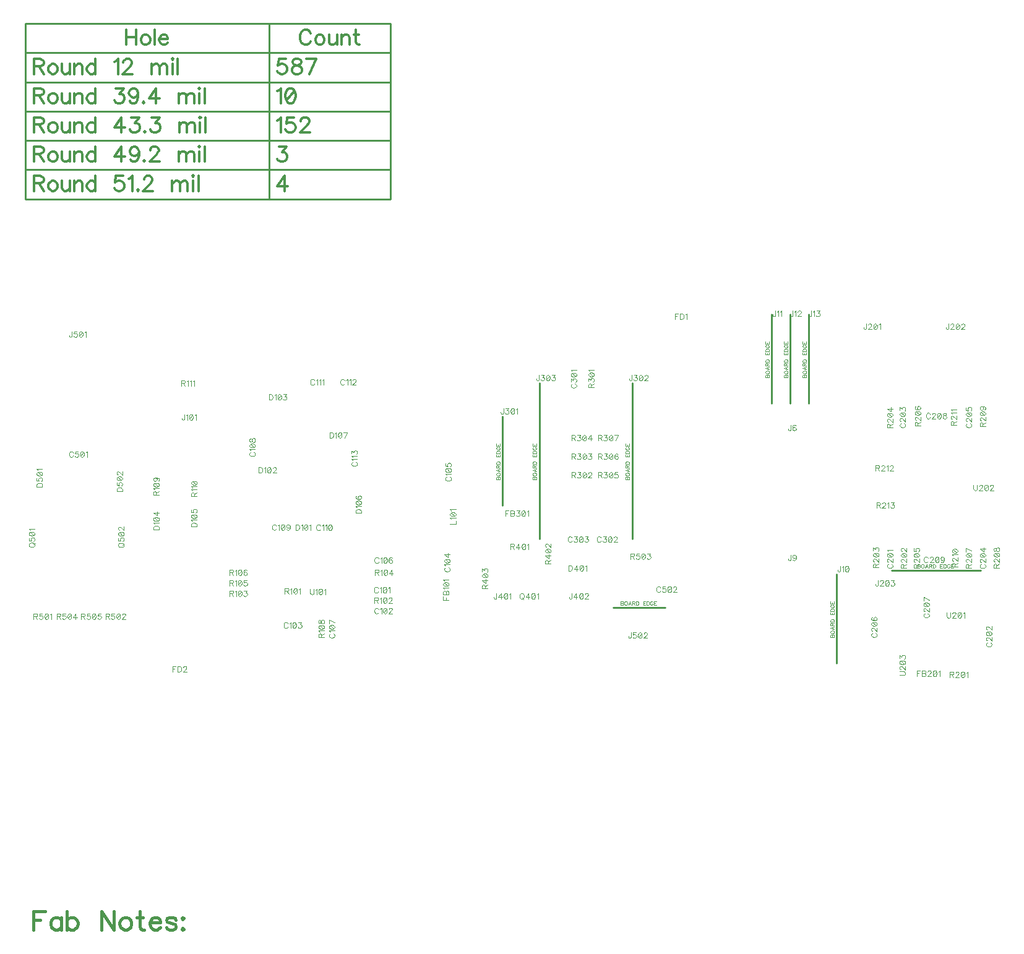
<source format=gbr>
G04 DipTrace 2.4.0.2*
%INTopAssy.gbr*%
%MOIN*%
%ADD10C,0.0098*%
%ADD12C,0.003*%
%ADD47C,0.0154*%
%ADD111C,0.0046*%
%ADD112C,0.0124*%
%FSLAX44Y44*%
G04*
G70*
G90*
G75*
G01*
%LNTopAssy*%
%LPD*%
X43902Y2106D2*
D10*
Y6894D1*
X40402Y16106D2*
Y20894D1*
X41402Y16106D2*
Y20894D1*
X42402Y16106D2*
Y20894D1*
X46856Y7098D2*
X51644D1*
X25902Y10606D2*
Y15394D1*
X32902Y8811D2*
Y17189D1*
X27902Y8811D2*
Y17189D1*
X31856Y5098D2*
X34644D1*
X187Y36563D2*
X13311D1*
Y34988D1*
X187D1*
Y36563D1*
Y34988D2*
X13311D1*
Y33413D1*
X187D1*
Y34988D1*
Y33413D2*
X13311D1*
Y31838D1*
X187D1*
Y33413D1*
Y31838D2*
X13311D1*
Y30263D1*
X187D1*
Y31838D1*
Y30263D2*
X13311D1*
Y28688D1*
X187D1*
Y30263D1*
Y28688D2*
X13311D1*
Y27114D1*
X187D1*
Y28688D1*
X13311Y36563D2*
X19873D1*
Y34988D1*
X13311D1*
Y36563D1*
Y34988D2*
X19873D1*
Y33413D1*
X13311D1*
Y34988D1*
Y33413D2*
X19873D1*
Y31838D1*
X13311D1*
Y33413D1*
Y31838D2*
X19873D1*
Y30263D1*
X13311D1*
Y31838D1*
Y30263D2*
X19873D1*
Y28688D1*
X13311D1*
Y30263D1*
Y28688D2*
X19873D1*
Y27114D1*
X13311D1*
Y28688D1*
X19193Y6127D2*
D111*
X19179Y6156D1*
X19150Y6184D1*
X19122Y6199D1*
X19064D1*
X19035Y6184D1*
X19007Y6156D1*
X18992Y6127D1*
X18978Y6084D1*
Y6012D1*
X18992Y5969D1*
X19007Y5940D1*
X19035Y5912D1*
X19064Y5897D1*
X19122D1*
X19150Y5912D1*
X19179Y5940D1*
X19193Y5969D1*
X19286Y6141D2*
X19315Y6156D1*
X19358Y6198D1*
Y5897D1*
X19537Y6198D2*
X19494Y6184D1*
X19465Y6141D1*
X19451Y6069D1*
Y6026D1*
X19465Y5955D1*
X19494Y5911D1*
X19537Y5897D1*
X19565D1*
X19608Y5911D1*
X19637Y5955D1*
X19652Y6026D1*
Y6069D1*
X19637Y6141D1*
X19608Y6184D1*
X19565Y6198D1*
X19537D1*
X19637Y6141D2*
X19465Y5955D1*
X19744Y6141D2*
X19773Y6156D1*
X19816Y6198D1*
Y5897D1*
X19210Y5002D2*
X19195Y5031D1*
X19167Y5059D1*
X19138Y5074D1*
X19081D1*
X19052Y5059D1*
X19023Y5031D1*
X19009Y5002D1*
X18995Y4959D1*
Y4887D1*
X19009Y4844D1*
X19023Y4815D1*
X19052Y4787D1*
X19081Y4772D1*
X19138D1*
X19167Y4787D1*
X19195Y4815D1*
X19210Y4844D1*
X19302Y5016D2*
X19331Y5031D1*
X19374Y5073D1*
Y4772D1*
X19553Y5073D2*
X19510Y5059D1*
X19481Y5016D1*
X19467Y4944D1*
Y4901D1*
X19481Y4830D1*
X19510Y4786D1*
X19553Y4772D1*
X19582D1*
X19625Y4786D1*
X19653Y4830D1*
X19668Y4901D1*
Y4944D1*
X19653Y5016D1*
X19625Y5059D1*
X19582Y5073D1*
X19553D1*
X19653Y5016D2*
X19481Y4830D1*
X19775Y5002D2*
Y5016D1*
X19789Y5045D1*
X19804Y5059D1*
X19833Y5073D1*
X19890D1*
X19918Y5059D1*
X19933Y5045D1*
X19947Y5016D1*
Y4987D1*
X19933Y4959D1*
X19904Y4916D1*
X19761Y4772D1*
X19962D1*
X14323Y4225D2*
X14309Y4254D1*
X14280Y4283D1*
X14251Y4297D1*
X14194D1*
X14165Y4283D1*
X14136Y4254D1*
X14122Y4225D1*
X14108Y4182D1*
Y4110D1*
X14122Y4068D1*
X14136Y4039D1*
X14165Y4010D1*
X14194Y3996D1*
X14251D1*
X14280Y4010D1*
X14309Y4039D1*
X14323Y4068D1*
X14415Y4239D2*
X14444Y4254D1*
X14487Y4297D1*
Y3996D1*
X14666Y4297D2*
X14623Y4282D1*
X14594Y4239D1*
X14580Y4168D1*
Y4125D1*
X14594Y4053D1*
X14623Y4010D1*
X14666Y3996D1*
X14695D1*
X14738Y4010D1*
X14766Y4053D1*
X14781Y4125D1*
Y4168D1*
X14766Y4239D1*
X14738Y4282D1*
X14695Y4297D1*
X14666D1*
X14766Y4239D2*
X14594Y4053D1*
X14903Y4297D2*
X15060D1*
X14974Y4182D1*
X15017D1*
X15046Y4168D1*
X15060Y4153D1*
X15075Y4110D1*
Y4082D1*
X15060Y4039D1*
X15032Y4010D1*
X14988Y3996D1*
X14945D1*
X14903Y4010D1*
X14888Y4024D1*
X14874Y4053D1*
X22831Y7256D2*
X22803Y7242D1*
X22774Y7213D1*
X22759Y7184D1*
Y7127D1*
X22774Y7098D1*
X22803Y7070D1*
X22831Y7055D1*
X22874Y7041D1*
X22946D1*
X22989Y7055D1*
X23018Y7070D1*
X23046Y7098D1*
X23061Y7127D1*
Y7184D1*
X23046Y7213D1*
X23018Y7242D1*
X22989Y7256D1*
X22817Y7349D2*
X22803Y7378D1*
X22760Y7421D1*
X23061D1*
X22760Y7600D2*
X22774Y7556D1*
X22817Y7528D1*
X22889Y7513D1*
X22932D1*
X23004Y7528D1*
X23047Y7556D1*
X23061Y7600D1*
Y7628D1*
X23047Y7671D1*
X23004Y7700D1*
X22932Y7714D1*
X22889D1*
X22817Y7700D1*
X22774Y7671D1*
X22760Y7628D1*
Y7600D1*
X22817Y7700D2*
X23004Y7528D1*
X23061Y7951D2*
X22760D1*
X22960Y7807D1*
Y8022D1*
X22894Y12138D2*
X22865Y12124D1*
X22836Y12095D1*
X22822Y12067D1*
Y12009D1*
X22836Y11980D1*
X22865Y11952D1*
X22894Y11937D1*
X22937Y11923D1*
X23009D1*
X23051Y11937D1*
X23080Y11952D1*
X23109Y11980D1*
X23123Y12009D1*
Y12067D1*
X23109Y12095D1*
X23080Y12124D1*
X23051Y12138D1*
X22880Y12231D2*
X22865Y12260D1*
X22822Y12303D1*
X23123D1*
X22822Y12482D2*
X22837Y12439D1*
X22880Y12410D1*
X22951Y12395D1*
X22994D1*
X23066Y12410D1*
X23109Y12439D1*
X23123Y12482D1*
Y12510D1*
X23109Y12553D1*
X23066Y12582D1*
X22994Y12596D1*
X22951D1*
X22880Y12582D1*
X22837Y12553D1*
X22822Y12510D1*
Y12482D1*
X22880Y12582D2*
X23066Y12410D1*
X22822Y12861D2*
Y12718D1*
X22951Y12704D1*
X22937Y12718D1*
X22922Y12761D1*
Y12804D1*
X22937Y12847D1*
X22966Y12876D1*
X23009Y12890D1*
X23037D1*
X23080Y12876D1*
X23109Y12847D1*
X23123Y12804D1*
Y12761D1*
X23109Y12718D1*
X23095Y12704D1*
X23066Y12689D1*
X19222Y7725D2*
X19208Y7754D1*
X19179Y7783D1*
X19150Y7797D1*
X19093D1*
X19064Y7783D1*
X19035Y7754D1*
X19021Y7725D1*
X19007Y7682D1*
Y7610D1*
X19021Y7568D1*
X19035Y7539D1*
X19064Y7510D1*
X19093Y7496D1*
X19150D1*
X19179Y7510D1*
X19208Y7539D1*
X19222Y7568D1*
X19314Y7739D2*
X19343Y7754D1*
X19386Y7797D1*
Y7496D1*
X19565Y7797D2*
X19522Y7782D1*
X19493Y7739D1*
X19479Y7668D1*
Y7625D1*
X19493Y7553D1*
X19522Y7510D1*
X19565Y7496D1*
X19594D1*
X19637Y7510D1*
X19665Y7553D1*
X19680Y7625D1*
Y7668D1*
X19665Y7739D1*
X19637Y7782D1*
X19594Y7797D1*
X19565D1*
X19665Y7739D2*
X19493Y7553D1*
X19945Y7754D2*
X19930Y7782D1*
X19887Y7797D1*
X19859D1*
X19816Y7782D1*
X19787Y7739D1*
X19773Y7668D1*
Y7596D1*
X19787Y7539D1*
X19816Y7510D1*
X19859Y7496D1*
X19873D1*
X19916Y7510D1*
X19945Y7539D1*
X19959Y7582D1*
Y7596D1*
X19945Y7639D1*
X19916Y7668D1*
X19873Y7682D1*
X19859D1*
X19816Y7668D1*
X19787Y7639D1*
X19773Y7596D1*
X16622Y3691D2*
X16593Y3677D1*
X16564Y3648D1*
X16550Y3619D1*
Y3562D1*
X16564Y3533D1*
X16593Y3504D1*
X16622Y3490D1*
X16665Y3476D1*
X16737D1*
X16779Y3490D1*
X16808Y3504D1*
X16837Y3533D1*
X16851Y3562D1*
Y3619D1*
X16837Y3648D1*
X16808Y3677D1*
X16779Y3691D1*
X16608Y3783D2*
X16593Y3812D1*
X16550Y3855D1*
X16851D1*
X16550Y4034D2*
X16565Y3991D1*
X16608Y3962D1*
X16679Y3948D1*
X16722D1*
X16794Y3962D1*
X16837Y3991D1*
X16851Y4034D1*
Y4063D1*
X16837Y4106D1*
X16794Y4134D1*
X16722Y4149D1*
X16679D1*
X16608Y4134D1*
X16565Y4106D1*
X16550Y4063D1*
Y4034D1*
X16608Y4134D2*
X16794Y3962D1*
X16851Y4299D2*
X16550Y4443D1*
Y4242D1*
X12337Y13465D2*
X12308Y13450D1*
X12280Y13421D1*
X12265Y13393D1*
Y13336D1*
X12280Y13307D1*
X12308Y13278D1*
X12337Y13264D1*
X12380Y13249D1*
X12452D1*
X12495Y13264D1*
X12524Y13278D1*
X12552Y13307D1*
X12567Y13336D1*
Y13393D1*
X12552Y13421D1*
X12524Y13450D1*
X12495Y13465D1*
X12323Y13557D2*
X12308Y13586D1*
X12266Y13629D1*
X12567D1*
X12266Y13808D2*
X12280Y13765D1*
X12323Y13736D1*
X12395Y13722D1*
X12438D1*
X12509Y13736D1*
X12553Y13765D1*
X12567Y13808D1*
Y13837D1*
X12553Y13880D1*
X12509Y13908D1*
X12438Y13923D1*
X12395D1*
X12323Y13908D1*
X12280Y13880D1*
X12266Y13837D1*
Y13808D1*
X12323Y13908D2*
X12509Y13736D1*
X12266Y14087D2*
X12280Y14044D1*
X12308Y14030D1*
X12337D1*
X12366Y14044D1*
X12380Y14073D1*
X12395Y14130D1*
X12409Y14173D1*
X12438Y14202D1*
X12466Y14216D1*
X12509D1*
X12538Y14202D1*
X12553Y14187D1*
X12567Y14144D1*
Y14087D1*
X12553Y14044D1*
X12538Y14030D1*
X12509Y14015D1*
X12466D1*
X12438Y14030D1*
X12409Y14058D1*
X12395Y14101D1*
X12380Y14159D1*
X12366Y14187D1*
X12337Y14202D1*
X12308D1*
X12280Y14187D1*
X12266Y14144D1*
Y14087D1*
X13707Y9504D2*
X13693Y9533D1*
X13664Y9561D1*
X13635Y9576D1*
X13578D1*
X13549Y9561D1*
X13521Y9533D1*
X13506Y9504D1*
X13492Y9461D1*
Y9389D1*
X13506Y9346D1*
X13521Y9317D1*
X13549Y9289D1*
X13578Y9274D1*
X13635D1*
X13664Y9289D1*
X13693Y9317D1*
X13707Y9346D1*
X13800Y9518D2*
X13829Y9533D1*
X13872Y9575D1*
Y9274D1*
X14051Y9575D2*
X14007Y9561D1*
X13979Y9518D1*
X13964Y9446D1*
Y9403D1*
X13979Y9332D1*
X14007Y9288D1*
X14051Y9274D1*
X14079D1*
X14122Y9288D1*
X14151Y9332D1*
X14165Y9403D1*
Y9446D1*
X14151Y9518D1*
X14122Y9561D1*
X14079Y9575D1*
X14051D1*
X14151Y9518D2*
X13979Y9332D1*
X14445Y9475D2*
X14430Y9432D1*
X14402Y9403D1*
X14358Y9389D1*
X14344D1*
X14301Y9403D1*
X14273Y9432D1*
X14258Y9475D1*
Y9489D1*
X14273Y9533D1*
X14301Y9561D1*
X14344Y9575D1*
X14358D1*
X14402Y9561D1*
X14430Y9533D1*
X14445Y9475D1*
Y9403D1*
X14430Y9332D1*
X14402Y9288D1*
X14358Y9274D1*
X14330D1*
X14287Y9288D1*
X14273Y9317D1*
X16085Y9493D2*
X16071Y9521D1*
X16042Y9550D1*
X16014Y9564D1*
X15956D1*
X15928Y9550D1*
X15899Y9521D1*
X15884Y9493D1*
X15870Y9450D1*
Y9378D1*
X15884Y9335D1*
X15899Y9306D1*
X15928Y9277D1*
X15956Y9263D1*
X16014D1*
X16042Y9277D1*
X16071Y9306D1*
X16085Y9335D1*
X16178Y9507D2*
X16207Y9521D1*
X16250Y9564D1*
Y9263D1*
X16343Y9507D2*
X16371Y9521D1*
X16415Y9564D1*
Y9263D1*
X16593Y9564D2*
X16550Y9550D1*
X16521Y9507D1*
X16507Y9435D1*
Y9392D1*
X16521Y9320D1*
X16550Y9277D1*
X16593Y9263D1*
X16622D1*
X16665Y9277D1*
X16694Y9320D1*
X16708Y9392D1*
Y9435D1*
X16694Y9507D1*
X16665Y9550D1*
X16622Y9564D1*
X16593D1*
X16694Y9507D2*
X16521Y9320D1*
X15758Y17325D2*
X15744Y17354D1*
X15715Y17383D1*
X15686Y17397D1*
X15629D1*
X15600Y17383D1*
X15571Y17354D1*
X15557Y17325D1*
X15543Y17282D1*
Y17210D1*
X15557Y17167D1*
X15571Y17139D1*
X15600Y17110D1*
X15629Y17095D1*
X15686D1*
X15715Y17110D1*
X15744Y17139D1*
X15758Y17167D1*
X15850Y17339D2*
X15879Y17354D1*
X15922Y17397D1*
Y17095D1*
X16015Y17339D2*
X16044Y17354D1*
X16087Y17397D1*
Y17095D1*
X16180Y17339D2*
X16209Y17354D1*
X16252Y17397D1*
Y17095D1*
X17381Y17325D2*
X17367Y17354D1*
X17338Y17383D1*
X17309Y17397D1*
X17252D1*
X17223Y17383D1*
X17194Y17354D1*
X17180Y17325D1*
X17166Y17282D1*
Y17210D1*
X17180Y17167D1*
X17194Y17138D1*
X17223Y17110D1*
X17252Y17095D1*
X17309D1*
X17338Y17110D1*
X17367Y17138D1*
X17381Y17167D1*
X17473Y17339D2*
X17502Y17354D1*
X17545Y17396D1*
Y17095D1*
X17638Y17339D2*
X17667Y17354D1*
X17710Y17396D1*
Y17095D1*
X17817Y17325D2*
Y17339D1*
X17832Y17368D1*
X17846Y17382D1*
X17875Y17396D1*
X17932D1*
X17961Y17382D1*
X17975Y17368D1*
X17989Y17339D1*
Y17311D1*
X17975Y17282D1*
X17946Y17239D1*
X17803Y17095D1*
X18004D1*
X17837Y12939D2*
X17808Y12924D1*
X17780Y12895D1*
X17765Y12867D1*
Y12810D1*
X17780Y12781D1*
X17808Y12752D1*
X17837Y12738D1*
X17880Y12723D1*
X17952D1*
X17995Y12738D1*
X18024Y12752D1*
X18052Y12781D1*
X18067Y12810D1*
Y12867D1*
X18052Y12895D1*
X18024Y12924D1*
X17995Y12939D1*
X17823Y13031D2*
X17808Y13060D1*
X17766Y13103D1*
X18067D1*
X17823Y13196D2*
X17808Y13225D1*
X17766Y13268D1*
X18067D1*
X17766Y13389D2*
Y13547D1*
X17880Y13461D1*
Y13504D1*
X17895Y13532D1*
X17909Y13547D1*
X17952Y13561D1*
X17981D1*
X18024Y13547D1*
X18053Y13518D1*
X18067Y13475D1*
Y13432D1*
X18053Y13389D1*
X18038Y13375D1*
X18009Y13360D1*
X46685Y7441D2*
X46657Y7427D1*
X46628Y7398D1*
X46614Y7370D1*
Y7312D1*
X46628Y7284D1*
X46657Y7255D1*
X46685Y7240D1*
X46729Y7226D1*
X46801D1*
X46843Y7240D1*
X46872Y7255D1*
X46901Y7284D1*
X46915Y7312D1*
Y7370D1*
X46901Y7398D1*
X46872Y7427D1*
X46843Y7441D1*
X46686Y7549D2*
X46672D1*
X46643Y7563D1*
X46628Y7577D1*
X46614Y7606D1*
Y7663D1*
X46628Y7692D1*
X46643Y7706D1*
X46672Y7721D1*
X46700D1*
X46729Y7706D1*
X46772Y7678D1*
X46915Y7534D1*
Y7735D1*
X46614Y7914D2*
X46628Y7871D1*
X46672Y7842D1*
X46743Y7828D1*
X46786D1*
X46858Y7842D1*
X46901Y7871D1*
X46915Y7914D1*
Y7942D1*
X46901Y7985D1*
X46858Y8014D1*
X46786Y8029D1*
X46743D1*
X46672Y8014D1*
X46628Y7985D1*
X46614Y7942D1*
Y7914D1*
X46672Y8014D2*
X46858Y7842D1*
X46672Y8121D2*
X46657Y8150D1*
X46614Y8193D1*
X46915D1*
X52025Y3212D2*
X51996Y3198D1*
X51967Y3169D1*
X51953Y3141D1*
Y3083D1*
X51967Y3055D1*
X51996Y3026D1*
X52025Y3011D1*
X52068Y2997D1*
X52140D1*
X52182Y3011D1*
X52211Y3026D1*
X52240Y3055D1*
X52254Y3083D1*
Y3141D1*
X52240Y3169D1*
X52211Y3198D1*
X52182Y3212D1*
X52025Y3320D2*
X52011D1*
X51982Y3334D1*
X51967Y3348D1*
X51953Y3377D1*
Y3434D1*
X51967Y3463D1*
X51982Y3477D1*
X52011Y3492D1*
X52039D1*
X52068Y3477D1*
X52111Y3449D1*
X52254Y3305D1*
Y3506D1*
X51953Y3685D2*
X51967Y3642D1*
X52011Y3613D1*
X52082Y3599D1*
X52125D1*
X52197Y3613D1*
X52240Y3642D1*
X52254Y3685D1*
Y3713D1*
X52240Y3756D1*
X52197Y3785D1*
X52125Y3800D1*
X52082D1*
X52011Y3785D1*
X51967Y3756D1*
X51953Y3713D1*
Y3685D1*
X52011Y3785D2*
X52197Y3613D1*
X52025Y3907D2*
X52011D1*
X51982Y3921D1*
X51967Y3935D1*
X51953Y3964D1*
Y4022D1*
X51967Y4050D1*
X51982Y4064D1*
X52011Y4079D1*
X52039D1*
X52068Y4064D1*
X52111Y4036D1*
X52254Y3892D1*
Y4093D1*
X47373Y15020D2*
X47344Y15006D1*
X47316Y14977D1*
X47301Y14948D1*
Y14891D1*
X47316Y14862D1*
X47344Y14834D1*
X47373Y14819D1*
X47416Y14805D1*
X47488D1*
X47531Y14819D1*
X47560Y14834D1*
X47588Y14862D1*
X47603Y14891D1*
Y14948D1*
X47588Y14977D1*
X47560Y15006D1*
X47531Y15020D1*
X47373Y15127D2*
X47359D1*
X47330Y15142D1*
X47316Y15156D1*
X47302Y15185D1*
Y15242D1*
X47316Y15271D1*
X47330Y15285D1*
X47359Y15299D1*
X47388D1*
X47416Y15285D1*
X47459Y15256D1*
X47603Y15113D1*
Y15314D1*
X47302Y15493D2*
X47316Y15449D1*
X47359Y15421D1*
X47431Y15406D1*
X47474D1*
X47545Y15421D1*
X47588Y15449D1*
X47603Y15493D1*
Y15521D1*
X47588Y15564D1*
X47545Y15593D1*
X47474Y15607D1*
X47431D1*
X47359Y15593D1*
X47316Y15564D1*
X47302Y15521D1*
Y15493D1*
X47359Y15593D2*
X47545Y15421D1*
X47302Y15729D2*
Y15886D1*
X47416Y15800D1*
Y15843D1*
X47431Y15872D1*
X47445Y15886D1*
X47488Y15901D1*
X47517D1*
X47560Y15886D1*
X47588Y15858D1*
X47603Y15815D1*
Y15772D1*
X47588Y15729D1*
X47574Y15714D1*
X47545Y15700D1*
X51685Y7432D2*
X51657Y7418D1*
X51628Y7389D1*
X51614Y7361D1*
Y7303D1*
X51628Y7274D1*
X51657Y7246D1*
X51685Y7231D1*
X51729Y7217D1*
X51801D1*
X51843Y7231D1*
X51872Y7246D1*
X51901Y7274D1*
X51915Y7303D1*
Y7361D1*
X51901Y7389D1*
X51872Y7418D1*
X51843Y7432D1*
X51686Y7539D2*
X51672D1*
X51643Y7554D1*
X51628Y7568D1*
X51614Y7597D1*
Y7654D1*
X51628Y7683D1*
X51643Y7697D1*
X51672Y7712D1*
X51700D1*
X51729Y7697D1*
X51772Y7668D1*
X51915Y7525D1*
Y7726D1*
X51614Y7905D2*
X51628Y7862D1*
X51672Y7833D1*
X51743Y7818D1*
X51786D1*
X51858Y7833D1*
X51901Y7862D1*
X51915Y7905D1*
Y7933D1*
X51901Y7976D1*
X51858Y8005D1*
X51786Y8019D1*
X51743D1*
X51672Y8005D1*
X51628Y7976D1*
X51614Y7933D1*
Y7905D1*
X51672Y8005D2*
X51858Y7833D1*
X51915Y8256D2*
X51614D1*
X51815Y8112D1*
Y8327D1*
X50935Y15020D2*
X50907Y15006D1*
X50878Y14977D1*
X50864Y14948D1*
Y14891D1*
X50878Y14862D1*
X50907Y14834D1*
X50935Y14819D1*
X50979Y14805D1*
X51051D1*
X51093Y14819D1*
X51122Y14834D1*
X51151Y14862D1*
X51165Y14891D1*
Y14948D1*
X51151Y14977D1*
X51122Y15006D1*
X51093Y15020D1*
X50936Y15127D2*
X50922D1*
X50893Y15142D1*
X50878Y15156D1*
X50864Y15185D1*
Y15242D1*
X50878Y15271D1*
X50893Y15285D1*
X50922Y15299D1*
X50950D1*
X50979Y15285D1*
X51022Y15256D1*
X51165Y15113D1*
Y15314D1*
X50864Y15493D2*
X50878Y15449D1*
X50922Y15421D1*
X50993Y15406D1*
X51036D1*
X51108Y15421D1*
X51151Y15449D1*
X51165Y15493D1*
Y15521D1*
X51151Y15564D1*
X51108Y15593D1*
X51036Y15607D1*
X50993D1*
X50922Y15593D1*
X50878Y15564D1*
X50864Y15521D1*
Y15493D1*
X50922Y15593D2*
X51108Y15421D1*
X50864Y15872D2*
Y15729D1*
X50993Y15714D1*
X50979Y15729D1*
X50964Y15772D1*
Y15815D1*
X50979Y15858D1*
X51007Y15887D1*
X51051Y15901D1*
X51079D1*
X51122Y15887D1*
X51151Y15858D1*
X51165Y15815D1*
Y15772D1*
X51151Y15729D1*
X51136Y15714D1*
X51108Y15700D1*
X45837Y3722D2*
X45808Y3707D1*
X45780Y3679D1*
X45765Y3650D1*
Y3593D1*
X45780Y3564D1*
X45808Y3535D1*
X45837Y3521D1*
X45880Y3506D1*
X45952D1*
X45995Y3521D1*
X46024Y3535D1*
X46052Y3564D1*
X46067Y3593D1*
Y3650D1*
X46052Y3679D1*
X46024Y3707D1*
X45995Y3722D1*
X45837Y3829D2*
X45823D1*
X45794Y3843D1*
X45780Y3857D1*
X45766Y3886D1*
Y3944D1*
X45780Y3972D1*
X45794Y3986D1*
X45823Y4001D1*
X45852D1*
X45880Y3986D1*
X45923Y3958D1*
X46067Y3814D1*
Y4015D1*
X45766Y4194D2*
X45780Y4151D1*
X45823Y4122D1*
X45895Y4108D1*
X45938D1*
X46009Y4122D1*
X46053Y4151D1*
X46067Y4194D1*
Y4223D1*
X46053Y4266D1*
X46009Y4294D1*
X45938Y4309D1*
X45895D1*
X45823Y4294D1*
X45780Y4266D1*
X45766Y4223D1*
Y4194D1*
X45823Y4294D2*
X46009Y4122D1*
X45808Y4574D2*
X45780Y4559D1*
X45766Y4516D1*
Y4488D1*
X45780Y4445D1*
X45823Y4416D1*
X45895Y4401D1*
X45966D1*
X46024Y4416D1*
X46053Y4445D1*
X46067Y4488D1*
Y4502D1*
X46053Y4545D1*
X46024Y4574D1*
X45981Y4588D1*
X45966D1*
X45923Y4574D1*
X45895Y4545D1*
X45880Y4502D1*
Y4488D1*
X45895Y4445D1*
X45923Y4416D1*
X45966Y4401D1*
X48650Y4775D2*
X48621Y4761D1*
X48592Y4732D1*
X48578Y4703D1*
Y4646D1*
X48592Y4617D1*
X48621Y4589D1*
X48650Y4574D1*
X48693Y4560D1*
X48765D1*
X48807Y4574D1*
X48836Y4589D1*
X48865Y4617D1*
X48879Y4646D1*
Y4703D1*
X48865Y4732D1*
X48836Y4761D1*
X48807Y4775D1*
X48650Y4882D2*
X48636D1*
X48607Y4896D1*
X48592Y4911D1*
X48578Y4939D1*
Y4997D1*
X48592Y5025D1*
X48607Y5040D1*
X48636Y5054D1*
X48664D1*
X48693Y5040D1*
X48736Y5011D1*
X48879Y4868D1*
Y5068D1*
X48578Y5247D2*
X48592Y5204D1*
X48636Y5175D1*
X48707Y5161D1*
X48750D1*
X48822Y5175D1*
X48865Y5204D1*
X48879Y5247D1*
Y5276D1*
X48865Y5319D1*
X48822Y5347D1*
X48750Y5362D1*
X48707D1*
X48636Y5347D1*
X48592Y5319D1*
X48578Y5276D1*
Y5247D1*
X48636Y5347D2*
X48822Y5175D1*
X48879Y5512D2*
X48578Y5656D1*
Y5455D1*
X48935Y15510D2*
X48920Y15539D1*
X48892Y15567D1*
X48863Y15582D1*
X48806D1*
X48777Y15567D1*
X48748Y15539D1*
X48734Y15510D1*
X48719Y15467D1*
Y15395D1*
X48734Y15352D1*
X48748Y15323D1*
X48777Y15295D1*
X48806Y15280D1*
X48863D1*
X48892Y15295D1*
X48920Y15323D1*
X48935Y15352D1*
X49042Y15510D2*
Y15524D1*
X49056Y15553D1*
X49070Y15567D1*
X49099Y15581D1*
X49157D1*
X49185Y15567D1*
X49199Y15553D1*
X49214Y15524D1*
Y15495D1*
X49199Y15467D1*
X49171Y15424D1*
X49027Y15280D1*
X49228D1*
X49407Y15581D2*
X49364Y15567D1*
X49335Y15524D1*
X49321Y15452D1*
Y15409D1*
X49335Y15338D1*
X49364Y15294D1*
X49407Y15280D1*
X49436D1*
X49479Y15294D1*
X49507Y15338D1*
X49522Y15409D1*
Y15452D1*
X49507Y15524D1*
X49479Y15567D1*
X49436Y15581D1*
X49407D1*
X49507Y15524D2*
X49335Y15338D1*
X49686Y15581D2*
X49643Y15567D1*
X49629Y15539D1*
Y15510D1*
X49643Y15481D1*
X49672Y15467D1*
X49729Y15452D1*
X49772Y15438D1*
X49801Y15409D1*
X49815Y15381D1*
Y15338D1*
X49801Y15309D1*
X49787Y15294D1*
X49743Y15280D1*
X49686D1*
X49643Y15294D1*
X49629Y15309D1*
X49614Y15338D1*
Y15381D1*
X49629Y15409D1*
X49658Y15438D1*
X49700Y15452D1*
X49758Y15467D1*
X49787Y15481D1*
X49801Y15510D1*
Y15539D1*
X49787Y15567D1*
X49743Y15581D1*
X49686D1*
X48817Y7760D2*
X48802Y7789D1*
X48773Y7817D1*
X48745Y7832D1*
X48688D1*
X48659Y7817D1*
X48630Y7789D1*
X48616Y7760D1*
X48601Y7717D1*
Y7645D1*
X48616Y7602D1*
X48630Y7573D1*
X48659Y7545D1*
X48688Y7530D1*
X48745D1*
X48773Y7545D1*
X48802Y7573D1*
X48817Y7602D1*
X48924Y7760D2*
Y7774D1*
X48938Y7803D1*
X48952Y7817D1*
X48981Y7831D1*
X49039D1*
X49067Y7817D1*
X49081Y7803D1*
X49096Y7774D1*
Y7745D1*
X49081Y7717D1*
X49053Y7674D1*
X48909Y7530D1*
X49110D1*
X49289Y7831D2*
X49246Y7817D1*
X49217Y7774D1*
X49203Y7702D1*
Y7659D1*
X49217Y7588D1*
X49246Y7544D1*
X49289Y7530D1*
X49318D1*
X49361Y7544D1*
X49389Y7588D1*
X49404Y7659D1*
Y7702D1*
X49389Y7774D1*
X49361Y7817D1*
X49318Y7831D1*
X49289D1*
X49389Y7774D2*
X49217Y7588D1*
X49683Y7731D2*
X49668Y7688D1*
X49640Y7659D1*
X49597Y7645D1*
X49583D1*
X49540Y7659D1*
X49511Y7688D1*
X49496Y7731D1*
Y7745D1*
X49511Y7789D1*
X49540Y7817D1*
X49583Y7831D1*
X49597D1*
X49640Y7817D1*
X49668Y7789D1*
X49683Y7731D1*
Y7659D1*
X49668Y7588D1*
X49640Y7544D1*
X49597Y7530D1*
X49568D1*
X49525Y7544D1*
X49511Y7573D1*
X29650Y17152D2*
X29621Y17138D1*
X29592Y17109D1*
X29578Y17080D1*
Y17023D1*
X29592Y16994D1*
X29621Y16966D1*
X29650Y16951D1*
X29693Y16937D1*
X29765D1*
X29807Y16951D1*
X29836Y16966D1*
X29865Y16994D1*
X29879Y17023D1*
Y17080D1*
X29865Y17109D1*
X29836Y17138D1*
X29807Y17152D1*
X29578Y17273D2*
Y17431D1*
X29693Y17345D1*
Y17388D1*
X29707Y17417D1*
X29721Y17431D1*
X29765Y17445D1*
X29793D1*
X29836Y17431D1*
X29865Y17402D1*
X29879Y17359D1*
Y17316D1*
X29865Y17273D1*
X29850Y17259D1*
X29822Y17245D1*
X29578Y17624D2*
X29592Y17581D1*
X29636Y17552D1*
X29707Y17538D1*
X29750D1*
X29822Y17552D1*
X29865Y17581D1*
X29879Y17624D1*
Y17653D1*
X29865Y17696D1*
X29822Y17724D1*
X29750Y17739D1*
X29707D1*
X29636Y17724D1*
X29592Y17696D1*
X29578Y17653D1*
Y17624D1*
X29636Y17724D2*
X29822Y17552D1*
X29636Y17832D2*
X29621Y17861D1*
X29578Y17904D1*
X29879D1*
X31198Y8856D2*
X31184Y8885D1*
X31155Y8914D1*
X31127Y8928D1*
X31069D1*
X31040Y8914D1*
X31012Y8885D1*
X30997Y8856D1*
X30983Y8813D1*
Y8741D1*
X30997Y8699D1*
X31012Y8670D1*
X31040Y8641D1*
X31069Y8627D1*
X31127D1*
X31155Y8641D1*
X31184Y8670D1*
X31198Y8699D1*
X31320Y8928D2*
X31477D1*
X31391Y8813D1*
X31434D1*
X31463Y8799D1*
X31477Y8784D1*
X31492Y8741D1*
Y8713D1*
X31477Y8670D1*
X31449Y8641D1*
X31406Y8627D1*
X31362D1*
X31320Y8641D1*
X31305Y8655D1*
X31291Y8684D1*
X31671Y8928D2*
X31628Y8913D1*
X31599Y8870D1*
X31584Y8799D1*
Y8756D1*
X31599Y8684D1*
X31628Y8641D1*
X31671Y8627D1*
X31699D1*
X31742Y8641D1*
X31771Y8684D1*
X31785Y8756D1*
Y8799D1*
X31771Y8870D1*
X31742Y8913D1*
X31699Y8928D1*
X31671D1*
X31771Y8870D2*
X31599Y8684D1*
X31893Y8856D2*
Y8870D1*
X31907Y8899D1*
X31921Y8913D1*
X31950Y8928D1*
X32007D1*
X32036Y8913D1*
X32050Y8899D1*
X32065Y8870D1*
Y8842D1*
X32050Y8813D1*
X32022Y8770D1*
X31878Y8627D1*
X32079D1*
X29636Y8856D2*
X29621Y8885D1*
X29593Y8914D1*
X29564Y8928D1*
X29507D1*
X29478Y8914D1*
X29449Y8885D1*
X29435Y8856D1*
X29421Y8813D1*
Y8741D1*
X29435Y8699D1*
X29449Y8670D1*
X29478Y8641D1*
X29507Y8627D1*
X29564D1*
X29593Y8641D1*
X29621Y8670D1*
X29636Y8699D1*
X29757Y8928D2*
X29915D1*
X29829Y8813D1*
X29872D1*
X29900Y8799D1*
X29915Y8784D1*
X29929Y8741D1*
Y8713D1*
X29915Y8670D1*
X29886Y8641D1*
X29843Y8627D1*
X29800D1*
X29757Y8641D1*
X29743Y8655D1*
X29728Y8684D1*
X30108Y8928D2*
X30065Y8913D1*
X30036Y8870D1*
X30022Y8799D1*
Y8756D1*
X30036Y8684D1*
X30065Y8641D1*
X30108Y8627D1*
X30137D1*
X30180Y8641D1*
X30208Y8684D1*
X30223Y8756D1*
Y8799D1*
X30208Y8870D1*
X30180Y8913D1*
X30137Y8928D1*
X30108D1*
X30208Y8870D2*
X30036Y8684D1*
X30344Y8928D2*
X30502D1*
X30416Y8813D1*
X30459D1*
X30488Y8799D1*
X30502Y8784D1*
X30517Y8741D1*
Y8713D1*
X30502Y8670D1*
X30473Y8641D1*
X30430Y8627D1*
X30387D1*
X30344Y8641D1*
X30330Y8655D1*
X30316Y8684D1*
X2763Y13442D2*
X2748Y13470D1*
X2720Y13499D1*
X2691Y13513D1*
X2634D1*
X2605Y13499D1*
X2576Y13470D1*
X2562Y13442D1*
X2547Y13398D1*
Y13326D1*
X2562Y13284D1*
X2576Y13255D1*
X2605Y13226D1*
X2634Y13212D1*
X2691D1*
X2720Y13226D1*
X2748Y13255D1*
X2763Y13284D1*
X3027Y13513D2*
X2884D1*
X2870Y13384D1*
X2884Y13398D1*
X2927Y13413D1*
X2970D1*
X3013Y13398D1*
X3042Y13370D1*
X3056Y13326D1*
Y13298D1*
X3042Y13255D1*
X3013Y13226D1*
X2970Y13212D1*
X2927D1*
X2884Y13226D1*
X2870Y13241D1*
X2855Y13269D1*
X3235Y13513D2*
X3192Y13499D1*
X3163Y13455D1*
X3149Y13384D1*
Y13341D1*
X3163Y13269D1*
X3192Y13226D1*
X3235Y13212D1*
X3264D1*
X3307Y13226D1*
X3335Y13269D1*
X3350Y13341D1*
Y13384D1*
X3335Y13455D1*
X3307Y13499D1*
X3264Y13513D1*
X3235D1*
X3335Y13455D2*
X3163Y13269D1*
X3443Y13455D2*
X3471Y13470D1*
X3515Y13513D1*
Y13212D1*
X34402Y6163D2*
X34388Y6192D1*
X34359Y6220D1*
X34330Y6235D1*
X34273D1*
X34244Y6220D1*
X34215Y6192D1*
X34201Y6163D1*
X34187Y6120D1*
Y6048D1*
X34201Y6005D1*
X34215Y5976D1*
X34244Y5948D1*
X34273Y5933D1*
X34330D1*
X34359Y5948D1*
X34388Y5976D1*
X34402Y6005D1*
X34667Y6234D2*
X34523D1*
X34509Y6105D1*
X34523Y6120D1*
X34566Y6134D1*
X34609D1*
X34652Y6120D1*
X34681Y6091D1*
X34695Y6048D1*
Y6019D1*
X34681Y5976D1*
X34652Y5947D1*
X34609Y5933D1*
X34566D1*
X34523Y5947D1*
X34509Y5962D1*
X34494Y5991D1*
X34874Y6234D2*
X34831Y6220D1*
X34802Y6177D1*
X34788Y6105D1*
Y6062D1*
X34802Y5991D1*
X34831Y5947D1*
X34874Y5933D1*
X34903D1*
X34946Y5947D1*
X34974Y5991D1*
X34989Y6062D1*
Y6105D1*
X34974Y6177D1*
X34946Y6220D1*
X34903Y6234D1*
X34874D1*
X34974Y6177D2*
X34802Y5991D1*
X35096Y6163D2*
Y6177D1*
X35111Y6206D1*
X35125Y6220D1*
X35154Y6234D1*
X35211D1*
X35240Y6220D1*
X35254Y6206D1*
X35268Y6177D1*
Y6148D1*
X35254Y6120D1*
X35225Y6077D1*
X35082Y5933D1*
X35283D1*
X14748Y9576D2*
Y9275D1*
X14848D1*
X14891Y9289D1*
X14920Y9318D1*
X14934Y9347D1*
X14948Y9389D1*
Y9461D1*
X14934Y9505D1*
X14920Y9533D1*
X14891Y9562D1*
X14848Y9576D1*
X14748D1*
X15041Y9518D2*
X15070Y9533D1*
X15113Y9576D1*
Y9275D1*
X15292Y9576D2*
X15249Y9562D1*
X15220Y9518D1*
X15206Y9447D1*
Y9404D1*
X15220Y9332D1*
X15249Y9289D1*
X15292Y9275D1*
X15320D1*
X15364Y9289D1*
X15392Y9332D1*
X15407Y9404D1*
Y9447D1*
X15392Y9518D1*
X15364Y9562D1*
X15320Y9576D1*
X15292D1*
X15392Y9518D2*
X15220Y9332D1*
X15499Y9518D2*
X15528Y9533D1*
X15571Y9576D1*
Y9275D1*
X12762Y12661D2*
Y12360D1*
X12862D1*
X12905Y12374D1*
X12934Y12403D1*
X12949Y12432D1*
X12963Y12475D1*
Y12546D1*
X12949Y12590D1*
X12934Y12618D1*
X12905Y12647D1*
X12862Y12661D1*
X12762D1*
X13055Y12604D2*
X13084Y12618D1*
X13127Y12661D1*
Y12360D1*
X13306Y12661D2*
X13263Y12647D1*
X13234Y12604D1*
X13220Y12532D1*
Y12489D1*
X13234Y12417D1*
X13263Y12374D1*
X13306Y12360D1*
X13335D1*
X13378Y12374D1*
X13406Y12417D1*
X13421Y12489D1*
Y12532D1*
X13406Y12604D1*
X13378Y12647D1*
X13335Y12661D1*
X13306D1*
X13406Y12604D2*
X13234Y12417D1*
X13528Y12589D2*
Y12604D1*
X13542Y12632D1*
X13557Y12647D1*
X13586Y12661D1*
X13643D1*
X13671Y12647D1*
X13686Y12632D1*
X13700Y12604D1*
Y12575D1*
X13686Y12546D1*
X13657Y12503D1*
X13514Y12360D1*
X13715D1*
X13317Y16585D2*
Y16284D1*
X13417D1*
X13460Y16298D1*
X13489Y16327D1*
X13504Y16356D1*
X13518Y16398D1*
Y16470D1*
X13504Y16513D1*
X13489Y16542D1*
X13460Y16571D1*
X13417Y16585D1*
X13317D1*
X13610Y16527D2*
X13639Y16542D1*
X13682Y16585D1*
Y16284D1*
X13861Y16585D2*
X13818Y16570D1*
X13789Y16527D1*
X13775Y16456D1*
Y16413D1*
X13789Y16341D1*
X13818Y16298D1*
X13861Y16284D1*
X13890D1*
X13933Y16298D1*
X13961Y16341D1*
X13976Y16413D1*
Y16456D1*
X13961Y16527D1*
X13933Y16570D1*
X13890Y16585D1*
X13861D1*
X13961Y16527D2*
X13789Y16341D1*
X14098Y16585D2*
X14255D1*
X14169Y16470D1*
X14212D1*
X14241Y16456D1*
X14255Y16441D1*
X14270Y16398D1*
Y16370D1*
X14255Y16327D1*
X14227Y16298D1*
X14183Y16284D1*
X14140D1*
X14098Y16298D1*
X14083Y16312D1*
X14069Y16341D1*
X7093Y9303D2*
X7394D1*
Y9403D1*
X7379Y9447D1*
X7351Y9475D1*
X7322Y9490D1*
X7279Y9504D1*
X7207D1*
X7164Y9490D1*
X7136Y9475D1*
X7107Y9447D1*
X7093Y9403D1*
Y9303D1*
X7150Y9597D2*
X7136Y9625D1*
X7093Y9668D1*
X7394D1*
X7093Y9847D2*
X7107Y9804D1*
X7150Y9775D1*
X7222Y9761D1*
X7265D1*
X7337Y9775D1*
X7380Y9804D1*
X7394Y9847D1*
Y9876D1*
X7380Y9919D1*
X7337Y9947D1*
X7265Y9962D1*
X7222D1*
X7150Y9947D1*
X7107Y9919D1*
X7093Y9876D1*
Y9847D1*
X7150Y9947D2*
X7337Y9775D1*
X7394Y10198D2*
X7093D1*
X7294Y10055D1*
Y10270D1*
X9121Y9453D2*
X9422D1*
Y9553D1*
X9408Y9596D1*
X9379Y9625D1*
X9350Y9639D1*
X9307Y9654D1*
X9235D1*
X9192Y9639D1*
X9164Y9625D1*
X9135Y9596D1*
X9121Y9553D1*
Y9453D1*
X9178Y9746D2*
X9164Y9775D1*
X9121Y9818D1*
X9422D1*
X9121Y9997D2*
X9135Y9954D1*
X9178Y9925D1*
X9250Y9911D1*
X9293D1*
X9365Y9925D1*
X9408Y9954D1*
X9422Y9997D1*
Y10026D1*
X9408Y10069D1*
X9365Y10097D1*
X9293Y10112D1*
X9250D1*
X9178Y10097D1*
X9135Y10069D1*
X9121Y10026D1*
Y9997D1*
X9178Y10097D2*
X9365Y9925D1*
X9121Y10377D2*
Y10233D1*
X9250Y10219D1*
X9236Y10233D1*
X9221Y10276D1*
Y10319D1*
X9236Y10362D1*
X9264Y10391D1*
X9307Y10405D1*
X9336D1*
X9379Y10391D1*
X9408Y10362D1*
X9422Y10319D1*
Y10276D1*
X9408Y10233D1*
X9393Y10219D1*
X9365Y10205D1*
X17986Y10190D2*
X18288D1*
Y10291D1*
X18273Y10334D1*
X18245Y10363D1*
X18216Y10377D1*
X18173Y10391D1*
X18101D1*
X18058Y10377D1*
X18029Y10363D1*
X18001Y10334D1*
X17986Y10291D1*
Y10190D1*
X18044Y10484D2*
X18029Y10513D1*
X17987Y10556D1*
X18288D1*
X17987Y10735D2*
X18001Y10692D1*
X18044Y10663D1*
X18116Y10648D1*
X18159D1*
X18230Y10663D1*
X18274Y10692D1*
X18288Y10735D1*
Y10763D1*
X18274Y10806D1*
X18230Y10835D1*
X18159Y10849D1*
X18116D1*
X18044Y10835D1*
X18001Y10806D1*
X17987Y10763D1*
Y10735D1*
X18044Y10835D2*
X18230Y10663D1*
X18029Y11114D2*
X18001Y11100D1*
X17987Y11057D1*
Y11028D1*
X18001Y10985D1*
X18044Y10956D1*
X18116Y10942D1*
X18187D1*
X18245Y10956D1*
X18274Y10985D1*
X18288Y11028D1*
Y11043D1*
X18274Y11085D1*
X18245Y11114D1*
X18202Y11128D1*
X18187D1*
X18144Y11114D1*
X18116Y11085D1*
X18101Y11043D1*
Y11028D1*
X18116Y10985D1*
X18144Y10956D1*
X18187Y10942D1*
X16574Y14536D2*
Y14235D1*
X16675D1*
X16718Y14249D1*
X16747Y14278D1*
X16761Y14307D1*
X16775Y14350D1*
Y14422D1*
X16761Y14465D1*
X16747Y14493D1*
X16718Y14522D1*
X16675Y14536D1*
X16574D1*
X16868Y14479D2*
X16897Y14493D1*
X16940Y14536D1*
Y14235D1*
X17119Y14536D2*
X17076Y14522D1*
X17047Y14479D1*
X17033Y14407D1*
Y14364D1*
X17047Y14292D1*
X17076Y14249D1*
X17119Y14235D1*
X17147D1*
X17190Y14249D1*
X17219Y14292D1*
X17233Y14364D1*
Y14407D1*
X17219Y14479D1*
X17190Y14522D1*
X17147Y14536D1*
X17119D1*
X17219Y14479D2*
X17047Y14292D1*
X17383Y14235D2*
X17527Y14536D1*
X17326D1*
X29452Y7379D2*
Y7078D1*
X29553D1*
X29596Y7092D1*
X29624Y7121D1*
X29639Y7150D1*
X29653Y7193D1*
Y7265D1*
X29639Y7308D1*
X29624Y7336D1*
X29596Y7365D1*
X29553Y7379D1*
X29452D1*
X29889Y7078D2*
Y7379D1*
X29746Y7178D1*
X29961D1*
X30140Y7379D2*
X30097Y7365D1*
X30068Y7322D1*
X30053Y7250D1*
Y7207D1*
X30068Y7135D1*
X30097Y7092D1*
X30140Y7078D1*
X30168D1*
X30211Y7092D1*
X30240Y7135D1*
X30254Y7207D1*
Y7250D1*
X30240Y7322D1*
X30211Y7365D1*
X30168Y7379D1*
X30140D1*
X30240Y7322D2*
X30068Y7135D1*
X30347Y7322D2*
X30376Y7336D1*
X30419Y7379D1*
Y7078D1*
X799Y11614D2*
X1100D1*
Y11715D1*
X1086Y11758D1*
X1057Y11787D1*
X1028Y11801D1*
X986Y11815D1*
X914D1*
X870Y11801D1*
X842Y11787D1*
X813Y11758D1*
X799Y11715D1*
Y11614D1*
Y12080D2*
Y11937D1*
X928Y11922D1*
X914Y11937D1*
X899Y11980D1*
Y12023D1*
X914Y12066D1*
X942Y12095D1*
X986Y12109D1*
X1014D1*
X1057Y12095D1*
X1086Y12066D1*
X1100Y12023D1*
Y11980D1*
X1086Y11937D1*
X1071Y11922D1*
X1043Y11908D1*
X799Y12288D2*
X813Y12245D1*
X857Y12216D1*
X928Y12201D1*
X971D1*
X1043Y12216D1*
X1086Y12245D1*
X1100Y12288D1*
Y12316D1*
X1086Y12359D1*
X1043Y12388D1*
X971Y12402D1*
X928D1*
X857Y12388D1*
X813Y12359D1*
X799Y12316D1*
Y12288D1*
X857Y12388D2*
X1043Y12216D1*
X857Y12495D2*
X842Y12524D1*
X799Y12567D1*
X1100D1*
X5111Y11362D2*
X5413D1*
Y11463D1*
X5398Y11506D1*
X5370Y11535D1*
X5341Y11549D1*
X5298Y11563D1*
X5226D1*
X5183Y11549D1*
X5154Y11535D1*
X5126Y11506D1*
X5111Y11463D1*
Y11362D1*
X5112Y11828D2*
Y11685D1*
X5241Y11670D1*
X5226Y11685D1*
X5212Y11728D1*
Y11771D1*
X5226Y11814D1*
X5255Y11843D1*
X5298Y11857D1*
X5327D1*
X5370Y11843D1*
X5399Y11814D1*
X5413Y11771D1*
Y11728D1*
X5399Y11685D1*
X5384Y11670D1*
X5355Y11656D1*
X5112Y12036D2*
X5126Y11993D1*
X5169Y11964D1*
X5241Y11949D1*
X5284D1*
X5355Y11964D1*
X5399Y11993D1*
X5413Y12036D1*
Y12064D1*
X5399Y12107D1*
X5355Y12136D1*
X5284Y12150D1*
X5241D1*
X5169Y12136D1*
X5126Y12107D1*
X5112Y12064D1*
Y12036D1*
X5169Y12136D2*
X5355Y11964D1*
X5183Y12258D2*
X5169D1*
X5140Y12272D1*
X5126Y12286D1*
X5112Y12315D1*
Y12372D1*
X5126Y12401D1*
X5140Y12415D1*
X5169Y12430D1*
X5198D1*
X5226Y12415D1*
X5269Y12387D1*
X5413Y12243D1*
Y12444D1*
X22698Y5698D2*
Y5511D1*
X23000D1*
X22842D2*
Y5626D1*
X22698Y5790D2*
X23000D1*
Y5920D1*
X22985Y5963D1*
X22971Y5977D1*
X22942Y5991D1*
X22899D1*
X22871Y5977D1*
X22856Y5963D1*
X22842Y5920D1*
X22827Y5963D1*
X22813Y5977D1*
X22785Y5991D1*
X22756D1*
X22727Y5977D1*
X22713Y5963D1*
X22698Y5920D1*
Y5790D1*
X22842D2*
Y5920D1*
X22756Y6084D2*
X22742Y6113D1*
X22699Y6156D1*
X23000D1*
X22699Y6335D2*
X22713Y6292D1*
X22756Y6263D1*
X22828Y6249D1*
X22871D1*
X22942Y6263D1*
X22986Y6292D1*
X23000Y6335D1*
Y6363D1*
X22986Y6406D1*
X22942Y6435D1*
X22871Y6450D1*
X22828D1*
X22756Y6435D1*
X22713Y6406D1*
X22699Y6363D1*
Y6335D1*
X22756Y6435D2*
X22942Y6263D1*
X22756Y6542D2*
X22742Y6571D1*
X22699Y6614D1*
X23000D1*
X48405Y1699D2*
X48219D1*
Y1397D1*
Y1555D2*
X48333D1*
X48498Y1699D2*
Y1397D1*
X48627D1*
X48670Y1412D1*
X48685Y1426D1*
X48699Y1455D1*
Y1498D1*
X48685Y1527D1*
X48670Y1541D1*
X48627Y1555D1*
X48670Y1570D1*
X48685Y1584D1*
X48699Y1612D1*
Y1641D1*
X48685Y1670D1*
X48670Y1684D1*
X48627Y1699D1*
X48498D1*
Y1555D2*
X48627D1*
X48806Y1627D2*
Y1641D1*
X48820Y1670D1*
X48835Y1684D1*
X48863Y1698D1*
X48921D1*
X48949Y1684D1*
X48964Y1670D1*
X48978Y1641D1*
Y1612D1*
X48964Y1584D1*
X48935Y1541D1*
X48792Y1397D1*
X48992D1*
X49171Y1698D2*
X49128Y1684D1*
X49099Y1641D1*
X49085Y1569D1*
Y1526D1*
X49099Y1455D1*
X49128Y1412D1*
X49171Y1397D1*
X49200D1*
X49243Y1412D1*
X49271Y1455D1*
X49286Y1526D1*
Y1569D1*
X49271Y1641D1*
X49243Y1684D1*
X49200Y1698D1*
X49171D1*
X49271Y1641D2*
X49099Y1455D1*
X49379Y1641D2*
X49408Y1656D1*
X49451Y1698D1*
Y1397D1*
X26236Y10324D2*
X26049D1*
Y10022D1*
Y10180D2*
X26164D1*
X26329Y10324D2*
Y10022D1*
X26458D1*
X26501Y10037D1*
X26515Y10051D1*
X26530Y10080D1*
Y10123D1*
X26515Y10152D1*
X26501Y10166D1*
X26458Y10180D1*
X26501Y10195D1*
X26515Y10209D1*
X26530Y10237D1*
Y10266D1*
X26515Y10295D1*
X26501Y10309D1*
X26458Y10324D1*
X26329D1*
Y10180D2*
X26458D1*
X26651Y10323D2*
X26809D1*
X26723Y10209D1*
X26766D1*
X26794Y10194D1*
X26809Y10180D1*
X26823Y10137D1*
Y10108D1*
X26809Y10065D1*
X26780Y10037D1*
X26737Y10022D1*
X26694D1*
X26651Y10037D1*
X26637Y10051D1*
X26622Y10080D1*
X27002Y10323D2*
X26959Y10309D1*
X26930Y10266D1*
X26916Y10194D1*
Y10151D1*
X26930Y10080D1*
X26959Y10037D1*
X27002Y10022D1*
X27031D1*
X27074Y10037D1*
X27102Y10080D1*
X27117Y10151D1*
Y10194D1*
X27102Y10266D1*
X27074Y10309D1*
X27031Y10323D1*
X27002D1*
X27102Y10266D2*
X26930Y10080D1*
X27209Y10266D2*
X27238Y10281D1*
X27281Y10323D1*
Y10022D1*
X35364Y20939D2*
X35178D1*
Y20638D1*
Y20796D2*
X35292D1*
X35457Y20939D2*
Y20638D1*
X35557D1*
X35600Y20652D1*
X35629Y20681D1*
X35644Y20710D1*
X35658Y20753D1*
Y20825D1*
X35644Y20868D1*
X35629Y20896D1*
X35600Y20925D1*
X35557Y20939D1*
X35457D1*
X35750Y20882D2*
X35779Y20896D1*
X35822Y20939D1*
Y20638D1*
X8300Y1939D2*
X8113D1*
Y1638D1*
Y1796D2*
X8228D1*
X8392Y1939D2*
Y1638D1*
X8493D1*
X8536Y1652D1*
X8565Y1681D1*
X8579Y1710D1*
X8593Y1753D1*
Y1825D1*
X8579Y1868D1*
X8565Y1896D1*
X8536Y1925D1*
X8493Y1939D1*
X8392D1*
X8701Y1867D2*
Y1882D1*
X8715Y1910D1*
X8729Y1925D1*
X8758Y1939D1*
X8815D1*
X8844Y1925D1*
X8858Y1910D1*
X8873Y1882D1*
Y1853D1*
X8858Y1824D1*
X8830Y1781D1*
X8686Y1638D1*
X8887D1*
X41432Y14939D2*
Y14710D1*
X41418Y14667D1*
X41403Y14652D1*
X41375Y14638D1*
X41346D1*
X41318Y14652D1*
X41303Y14667D1*
X41289Y14710D1*
Y14738D1*
X41697Y14896D2*
X41683Y14925D1*
X41640Y14939D1*
X41611D1*
X41568Y14925D1*
X41539Y14882D1*
X41525Y14810D1*
Y14738D1*
X41539Y14681D1*
X41568Y14652D1*
X41611Y14638D1*
X41625D1*
X41668Y14652D1*
X41697Y14681D1*
X41711Y14724D1*
Y14738D1*
X41697Y14781D1*
X41668Y14810D1*
X41625Y14824D1*
X41611D1*
X41568Y14810D1*
X41539Y14781D1*
X41525Y14738D1*
X41432Y7939D2*
Y7710D1*
X41418Y7667D1*
X41403Y7652D1*
X41375Y7638D1*
X41346D1*
X41317Y7652D1*
X41303Y7667D1*
X41289Y7710D1*
Y7738D1*
X41711Y7839D2*
X41697Y7796D1*
X41668Y7767D1*
X41625Y7753D1*
X41611D1*
X41568Y7767D1*
X41539Y7796D1*
X41525Y7839D1*
Y7853D1*
X41539Y7896D1*
X41568Y7925D1*
X41611Y7939D1*
X41625D1*
X41668Y7925D1*
X41697Y7896D1*
X41711Y7839D1*
Y7767D1*
X41697Y7695D1*
X41668Y7652D1*
X41625Y7638D1*
X41597D1*
X41554Y7652D1*
X41539Y7681D1*
X44093Y7333D2*
Y7104D1*
X44078Y7060D1*
X44064Y7046D1*
X44035Y7032D1*
X44006D1*
X43978Y7046D1*
X43964Y7060D1*
X43949Y7104D1*
Y7132D1*
X44185Y7275D2*
X44214Y7290D1*
X44257Y7333D1*
Y7032D1*
X44436Y7333D2*
X44393Y7318D1*
X44364Y7275D1*
X44350Y7204D1*
Y7161D1*
X44364Y7089D1*
X44393Y7046D1*
X44436Y7032D1*
X44465D1*
X44508Y7046D1*
X44536Y7089D1*
X44551Y7161D1*
Y7204D1*
X44536Y7275D1*
X44508Y7318D1*
X44465Y7333D1*
X44436D1*
X44536Y7275D2*
X44364Y7089D1*
X40595Y21083D2*
Y20854D1*
X40580Y20810D1*
X40566Y20796D1*
X40537Y20782D1*
X40508D1*
X40480Y20796D1*
X40466Y20810D1*
X40451Y20854D1*
Y20882D1*
X40687Y21025D2*
X40716Y21040D1*
X40759Y21083D1*
Y20782D1*
X40852Y21025D2*
X40881Y21040D1*
X40924Y21083D1*
Y20782D1*
X41530Y21083D2*
Y20854D1*
X41516Y20810D1*
X41501Y20796D1*
X41473Y20782D1*
X41444D1*
X41415Y20796D1*
X41401Y20810D1*
X41387Y20854D1*
Y20882D1*
X41623Y21025D2*
X41652Y21040D1*
X41695Y21083D1*
Y20782D1*
X41802Y21011D2*
Y21025D1*
X41816Y21054D1*
X41831Y21068D1*
X41859Y21083D1*
X41917D1*
X41945Y21068D1*
X41960Y21054D1*
X41974Y21025D1*
Y20997D1*
X41960Y20968D1*
X41931Y20925D1*
X41787Y20782D1*
X41988D1*
X42530Y21083D2*
Y20854D1*
X42516Y20810D1*
X42501Y20796D1*
X42473Y20782D1*
X42444D1*
X42415Y20796D1*
X42401Y20810D1*
X42387Y20854D1*
Y20882D1*
X42623Y21025D2*
X42652Y21040D1*
X42695Y21083D1*
Y20782D1*
X42816Y21083D2*
X42974D1*
X42888Y20968D1*
X42931D1*
X42960Y20954D1*
X42974Y20939D1*
X42988Y20896D1*
Y20868D1*
X42974Y20825D1*
X42945Y20796D1*
X42902Y20782D1*
X42859D1*
X42816Y20796D1*
X42802Y20810D1*
X42787Y20839D1*
X8760Y15511D2*
Y15281D1*
X8746Y15238D1*
X8732Y15224D1*
X8703Y15209D1*
X8674D1*
X8646Y15224D1*
X8631Y15238D1*
X8617Y15281D1*
Y15310D1*
X8853Y15453D2*
X8882Y15468D1*
X8925Y15510D1*
Y15209D1*
X9104Y15510D2*
X9061Y15496D1*
X9032Y15453D1*
X9018Y15381D1*
Y15338D1*
X9032Y15267D1*
X9061Y15224D1*
X9104Y15209D1*
X9132D1*
X9175Y15224D1*
X9204Y15267D1*
X9219Y15338D1*
Y15381D1*
X9204Y15453D1*
X9175Y15496D1*
X9132Y15510D1*
X9104D1*
X9204Y15453D2*
X9032Y15267D1*
X9311Y15453D2*
X9340Y15468D1*
X9383Y15510D1*
Y15209D1*
X45489Y20392D2*
Y20163D1*
X45475Y20120D1*
X45460Y20105D1*
X45432Y20091D1*
X45403D1*
X45374Y20105D1*
X45360Y20120D1*
X45346Y20163D1*
Y20191D1*
X45596Y20320D2*
Y20334D1*
X45611Y20363D1*
X45625Y20378D1*
X45654Y20392D1*
X45711D1*
X45740Y20378D1*
X45754Y20363D1*
X45769Y20334D1*
Y20306D1*
X45754Y20277D1*
X45725Y20234D1*
X45582Y20091D1*
X45783D1*
X45962Y20392D2*
X45919Y20378D1*
X45890Y20334D1*
X45875Y20263D1*
Y20220D1*
X45890Y20148D1*
X45919Y20105D1*
X45962Y20091D1*
X45990D1*
X46033Y20105D1*
X46062Y20148D1*
X46076Y20220D1*
Y20263D1*
X46062Y20334D1*
X46033Y20378D1*
X45990Y20392D1*
X45962D1*
X46062Y20334D2*
X45890Y20148D1*
X46169Y20334D2*
X46198Y20349D1*
X46241Y20392D1*
Y20091D1*
X49925Y20392D2*
Y20163D1*
X49910Y20120D1*
X49896Y20105D1*
X49867Y20091D1*
X49838D1*
X49810Y20105D1*
X49796Y20120D1*
X49781Y20163D1*
Y20191D1*
X50032Y20320D2*
Y20334D1*
X50046Y20363D1*
X50060Y20378D1*
X50089Y20392D1*
X50147D1*
X50175Y20378D1*
X50189Y20363D1*
X50204Y20334D1*
Y20306D1*
X50189Y20277D1*
X50161Y20234D1*
X50017Y20091D1*
X50218D1*
X50397Y20392D2*
X50354Y20378D1*
X50325Y20334D1*
X50311Y20263D1*
Y20220D1*
X50325Y20148D1*
X50354Y20105D1*
X50397Y20091D1*
X50426D1*
X50469Y20105D1*
X50497Y20148D1*
X50512Y20220D1*
Y20263D1*
X50497Y20334D1*
X50469Y20378D1*
X50426Y20392D1*
X50397D1*
X50497Y20334D2*
X50325Y20148D1*
X50619Y20320D2*
Y20334D1*
X50633Y20363D1*
X50648Y20378D1*
X50676Y20392D1*
X50734D1*
X50762Y20378D1*
X50777Y20363D1*
X50791Y20334D1*
Y20306D1*
X50777Y20277D1*
X50748Y20234D1*
X50605Y20091D1*
X50805D1*
X46131Y6564D2*
Y6335D1*
X46117Y6292D1*
X46103Y6277D1*
X46074Y6263D1*
X46045D1*
X46017Y6277D1*
X46002Y6292D1*
X45988Y6335D1*
Y6363D1*
X46239Y6492D2*
Y6507D1*
X46253Y6535D1*
X46267Y6550D1*
X46296Y6564D1*
X46353D1*
X46382Y6550D1*
X46396Y6535D1*
X46411Y6507D1*
Y6478D1*
X46396Y6449D1*
X46368Y6406D1*
X46224Y6263D1*
X46425D1*
X46604Y6564D2*
X46561Y6550D1*
X46532Y6507D1*
X46518Y6435D1*
Y6392D1*
X46532Y6320D1*
X46561Y6277D1*
X46604Y6263D1*
X46632D1*
X46675Y6277D1*
X46704Y6320D1*
X46719Y6392D1*
Y6435D1*
X46704Y6507D1*
X46675Y6550D1*
X46632Y6564D1*
X46604D1*
X46704Y6507D2*
X46532Y6320D1*
X46840Y6564D2*
X46998D1*
X46912Y6449D1*
X46955D1*
X46983Y6435D1*
X46998Y6421D1*
X47012Y6378D1*
Y6349D1*
X46998Y6306D1*
X46969Y6277D1*
X46926Y6263D1*
X46883D1*
X46840Y6277D1*
X46826Y6292D1*
X46811Y6320D1*
X25946Y15833D2*
Y15604D1*
X25932Y15560D1*
X25917Y15546D1*
X25889Y15532D1*
X25860D1*
X25831Y15546D1*
X25817Y15560D1*
X25802Y15604D1*
Y15632D1*
X26067Y15833D2*
X26225D1*
X26139Y15718D1*
X26182D1*
X26211Y15704D1*
X26225Y15689D1*
X26239Y15646D1*
Y15618D1*
X26225Y15575D1*
X26196Y15546D1*
X26153Y15532D1*
X26110D1*
X26067Y15546D1*
X26053Y15560D1*
X26039Y15589D1*
X26418Y15833D2*
X26375Y15818D1*
X26346Y15775D1*
X26332Y15704D1*
Y15661D1*
X26346Y15589D1*
X26375Y15546D1*
X26418Y15532D1*
X26447D1*
X26490Y15546D1*
X26519Y15589D1*
X26533Y15661D1*
Y15704D1*
X26519Y15775D1*
X26490Y15818D1*
X26447Y15833D1*
X26418D1*
X26519Y15775D2*
X26346Y15589D1*
X26626Y15775D2*
X26655Y15790D1*
X26698Y15833D1*
Y15532D1*
X32857Y17628D2*
Y17399D1*
X32843Y17356D1*
X32828Y17341D1*
X32799Y17327D1*
X32771D1*
X32742Y17341D1*
X32728Y17356D1*
X32713Y17399D1*
Y17427D1*
X32978Y17628D2*
X33136D1*
X33050Y17513D1*
X33093D1*
X33122Y17499D1*
X33136Y17485D1*
X33150Y17442D1*
Y17413D1*
X33136Y17370D1*
X33107Y17341D1*
X33064Y17327D1*
X33021D1*
X32978Y17341D1*
X32964Y17356D1*
X32949Y17384D1*
X33329Y17628D2*
X33286Y17614D1*
X33257Y17571D1*
X33243Y17499D1*
Y17456D1*
X33257Y17384D1*
X33286Y17341D1*
X33329Y17327D1*
X33358D1*
X33401Y17341D1*
X33429Y17384D1*
X33444Y17456D1*
Y17499D1*
X33429Y17571D1*
X33401Y17614D1*
X33358Y17628D1*
X33329D1*
X33429Y17571D2*
X33257Y17384D1*
X33551Y17556D2*
Y17571D1*
X33565Y17599D1*
X33580Y17614D1*
X33609Y17628D1*
X33666D1*
X33694Y17614D1*
X33709Y17599D1*
X33723Y17571D1*
Y17542D1*
X33709Y17513D1*
X33680Y17470D1*
X33537Y17327D1*
X33738D1*
X27857Y17628D2*
Y17399D1*
X27843Y17356D1*
X27828Y17341D1*
X27799Y17327D1*
X27771D1*
X27742Y17341D1*
X27728Y17356D1*
X27713Y17399D1*
Y17427D1*
X27978Y17628D2*
X28136D1*
X28050Y17513D1*
X28093D1*
X28122Y17499D1*
X28136Y17485D1*
X28150Y17442D1*
Y17413D1*
X28136Y17370D1*
X28107Y17341D1*
X28064Y17327D1*
X28021D1*
X27978Y17341D1*
X27964Y17356D1*
X27949Y17384D1*
X28329Y17628D2*
X28286Y17614D1*
X28257Y17571D1*
X28243Y17499D1*
Y17456D1*
X28257Y17384D1*
X28286Y17341D1*
X28329Y17327D1*
X28358D1*
X28401Y17341D1*
X28429Y17384D1*
X28444Y17456D1*
Y17499D1*
X28429Y17571D1*
X28401Y17614D1*
X28358Y17628D1*
X28329D1*
X28429Y17571D2*
X28257Y17384D1*
X28565Y17628D2*
X28723D1*
X28637Y17513D1*
X28680D1*
X28709Y17499D1*
X28723Y17485D1*
X28738Y17442D1*
Y17413D1*
X28723Y17370D1*
X28694Y17341D1*
X28651Y17327D1*
X28608D1*
X28565Y17341D1*
X28551Y17356D1*
X28537Y17384D1*
X25572Y5865D2*
Y5635D1*
X25557Y5592D1*
X25543Y5578D1*
X25514Y5563D1*
X25485D1*
X25457Y5578D1*
X25443Y5592D1*
X25428Y5635D1*
Y5664D1*
X25808Y5563D2*
Y5864D1*
X25664Y5664D1*
X25880D1*
X26058Y5864D2*
X26015Y5850D1*
X25986Y5807D1*
X25972Y5735D1*
Y5692D1*
X25986Y5620D1*
X26015Y5577D1*
X26058Y5563D1*
X26087D1*
X26130Y5577D1*
X26159Y5620D1*
X26173Y5692D1*
Y5735D1*
X26159Y5807D1*
X26130Y5850D1*
X26087Y5864D1*
X26058D1*
X26159Y5807D2*
X25986Y5620D1*
X26266Y5807D2*
X26295Y5821D1*
X26338Y5864D1*
Y5563D1*
X29632Y5865D2*
Y5635D1*
X29618Y5592D1*
X29603Y5578D1*
X29575Y5563D1*
X29546D1*
X29517Y5578D1*
X29503Y5592D1*
X29489Y5635D1*
Y5664D1*
X29868Y5563D2*
Y5864D1*
X29725Y5664D1*
X29940D1*
X30119Y5864D2*
X30076Y5850D1*
X30047Y5807D1*
X30033Y5735D1*
Y5692D1*
X30047Y5620D1*
X30076Y5577D1*
X30119Y5563D1*
X30147D1*
X30190Y5577D1*
X30219Y5620D1*
X30234Y5692D1*
Y5735D1*
X30219Y5807D1*
X30190Y5850D1*
X30147Y5864D1*
X30119D1*
X30219Y5807D2*
X30047Y5620D1*
X30341Y5793D2*
Y5807D1*
X30355Y5836D1*
X30369Y5850D1*
X30398Y5864D1*
X30456D1*
X30484Y5850D1*
X30498Y5836D1*
X30513Y5807D1*
Y5778D1*
X30498Y5749D1*
X30470Y5707D1*
X30326Y5563D1*
X30527D1*
X2696Y19979D2*
Y19750D1*
X2682Y19707D1*
X2667Y19692D1*
X2639Y19678D1*
X2610D1*
X2581Y19692D1*
X2567Y19707D1*
X2552Y19750D1*
Y19778D1*
X2961Y19979D2*
X2817D1*
X2803Y19850D1*
X2817Y19864D1*
X2860Y19879D1*
X2903D1*
X2946Y19864D1*
X2975Y19836D1*
X2989Y19793D1*
Y19764D1*
X2975Y19721D1*
X2946Y19692D1*
X2903Y19678D1*
X2860D1*
X2817Y19692D1*
X2803Y19707D1*
X2789Y19735D1*
X3168Y19979D2*
X3125Y19965D1*
X3096Y19922D1*
X3082Y19850D1*
Y19807D1*
X3096Y19735D1*
X3125Y19692D1*
X3168Y19678D1*
X3197D1*
X3240Y19692D1*
X3269Y19735D1*
X3283Y19807D1*
Y19850D1*
X3269Y19922D1*
X3240Y19965D1*
X3197Y19979D1*
X3168D1*
X3269Y19922D2*
X3096Y19735D1*
X3376Y19922D2*
X3405Y19936D1*
X3448Y19979D1*
Y19678D1*
X32819Y3752D2*
Y3522D1*
X32805Y3479D1*
X32790Y3465D1*
X32762Y3450D1*
X32733D1*
X32704Y3465D1*
X32690Y3479D1*
X32675Y3522D1*
Y3551D1*
X33084Y3752D2*
X32940D1*
X32926Y3623D1*
X32940Y3637D1*
X32984Y3651D1*
X33026D1*
X33069Y3637D1*
X33098Y3608D1*
X33113Y3565D1*
Y3537D1*
X33098Y3494D1*
X33069Y3465D1*
X33026Y3450D1*
X32984D1*
X32940Y3465D1*
X32926Y3479D1*
X32912Y3508D1*
X33291Y3752D2*
X33248Y3737D1*
X33219Y3694D1*
X33205Y3623D1*
Y3579D1*
X33219Y3508D1*
X33248Y3465D1*
X33291Y3450D1*
X33320D1*
X33363Y3465D1*
X33392Y3508D1*
X33406Y3579D1*
Y3623D1*
X33392Y3694D1*
X33363Y3737D1*
X33320Y3752D1*
X33291D1*
X33392Y3694D2*
X33219Y3508D1*
X33513Y3680D2*
Y3694D1*
X33528Y3723D1*
X33542Y3737D1*
X33571Y3752D1*
X33628D1*
X33657Y3737D1*
X33671Y3723D1*
X33685Y3694D1*
Y3666D1*
X33671Y3637D1*
X33642Y3594D1*
X33499Y3450D1*
X33700D1*
X23073Y9588D2*
X23374D1*
Y9760D1*
X23131Y9853D2*
X23116Y9881D1*
X23073Y9924D1*
X23374D1*
X23073Y10103D2*
X23088Y10060D1*
X23131Y10031D1*
X23202Y10017D1*
X23245D1*
X23317Y10031D1*
X23360Y10060D1*
X23374Y10103D1*
Y10132D1*
X23360Y10175D1*
X23317Y10203D1*
X23245Y10218D1*
X23202D1*
X23131Y10203D1*
X23088Y10175D1*
X23073Y10132D1*
Y10103D1*
X23131Y10203D2*
X23317Y10031D1*
X23131Y10311D2*
X23116Y10340D1*
X23073Y10383D1*
X23374D1*
X26908Y5865D2*
X26879Y5851D1*
X26850Y5823D1*
X26836Y5794D1*
X26821Y5751D1*
Y5679D1*
X26836Y5636D1*
X26850Y5607D1*
X26879Y5578D1*
X26908Y5564D1*
X26965D1*
X26994Y5578D1*
X27022Y5607D1*
X27037Y5636D1*
X27051Y5679D1*
Y5751D1*
X27037Y5794D1*
X27022Y5823D1*
X26994Y5851D1*
X26965Y5865D1*
X26908D1*
X26951Y5622D2*
X27037Y5535D1*
X27287Y5564D2*
Y5865D1*
X27144Y5664D1*
X27359D1*
X27538Y5865D2*
X27495Y5851D1*
X27466Y5808D1*
X27452Y5736D1*
Y5693D1*
X27466Y5621D1*
X27495Y5578D1*
X27538Y5564D1*
X27566D1*
X27609Y5578D1*
X27638Y5621D1*
X27653Y5693D1*
Y5736D1*
X27638Y5808D1*
X27609Y5851D1*
X27566Y5865D1*
X27538D1*
X27638Y5808D2*
X27466Y5621D1*
X27745Y5808D2*
X27774Y5822D1*
X27817Y5865D1*
Y5564D1*
X383Y8439D2*
X397Y8410D1*
X426Y8382D1*
X455Y8367D1*
X498Y8353D1*
X570D1*
X613Y8367D1*
X641Y8382D1*
X670Y8410D1*
X685Y8439D1*
Y8496D1*
X670Y8525D1*
X641Y8554D1*
X613Y8568D1*
X570Y8583D1*
X498D1*
X455Y8568D1*
X426Y8554D1*
X397Y8525D1*
X383Y8496D1*
Y8439D1*
X627Y8482D2*
X713Y8568D1*
X384Y8847D2*
Y8704D1*
X513Y8690D1*
X499Y8704D1*
X484Y8747D1*
Y8790D1*
X499Y8833D1*
X527Y8862D1*
X570Y8876D1*
X599D1*
X642Y8862D1*
X671Y8833D1*
X685Y8790D1*
Y8747D1*
X671Y8704D1*
X656Y8690D1*
X628Y8675D1*
X384Y9055D2*
X398Y9012D1*
X441Y8983D1*
X513Y8969D1*
X556D1*
X628Y8983D1*
X671Y9012D1*
X685Y9055D1*
Y9083D1*
X671Y9127D1*
X628Y9155D1*
X556Y9170D1*
X513D1*
X441Y9155D1*
X398Y9127D1*
X384Y9083D1*
Y9055D1*
X441Y9155D2*
X628Y8983D1*
X441Y9262D2*
X427Y9291D1*
X384Y9334D1*
X685D1*
X5196Y8437D2*
X5210Y8408D1*
X5239Y8380D1*
X5268Y8365D1*
X5311Y8351D1*
X5382D1*
X5425Y8365D1*
X5454Y8380D1*
X5483Y8408D1*
X5497Y8437D1*
Y8494D1*
X5483Y8523D1*
X5454Y8552D1*
X5425Y8566D1*
X5382Y8581D1*
X5311D1*
X5268Y8566D1*
X5239Y8552D1*
X5210Y8523D1*
X5196Y8494D1*
Y8437D1*
X5440Y8480D2*
X5526Y8566D1*
X5196Y8845D2*
Y8702D1*
X5325Y8688D1*
X5311Y8702D1*
X5296Y8745D1*
Y8788D1*
X5311Y8831D1*
X5340Y8860D1*
X5383Y8874D1*
X5411D1*
X5454Y8860D1*
X5483Y8831D1*
X5497Y8788D1*
Y8745D1*
X5483Y8702D1*
X5469Y8688D1*
X5440Y8673D1*
X5196Y9053D2*
X5211Y9010D1*
X5254Y8981D1*
X5325Y8967D1*
X5368D1*
X5440Y8981D1*
X5483Y9010D1*
X5497Y9053D1*
Y9081D1*
X5483Y9125D1*
X5440Y9153D1*
X5368Y9168D1*
X5325D1*
X5254Y9153D1*
X5211Y9125D1*
X5196Y9081D1*
Y9053D1*
X5254Y9153D2*
X5440Y8981D1*
X5268Y9275D2*
X5254D1*
X5225Y9289D1*
X5211Y9303D1*
X5196Y9332D1*
Y9390D1*
X5211Y9418D1*
X5225Y9432D1*
X5254Y9447D1*
X5282D1*
X5311Y9432D1*
X5354Y9404D1*
X5497Y9260D1*
Y9461D1*
X14173Y5993D2*
X14302D1*
X14345Y6007D1*
X14359Y6021D1*
X14374Y6050D1*
Y6079D1*
X14359Y6107D1*
X14345Y6122D1*
X14302Y6136D1*
X14173D1*
Y5835D1*
X14273Y5993D2*
X14374Y5835D1*
X14466Y6078D2*
X14495Y6093D1*
X14538Y6136D1*
Y5835D1*
X14717Y6136D2*
X14674Y6122D1*
X14645Y6078D1*
X14631Y6007D1*
Y5964D1*
X14645Y5892D1*
X14674Y5849D1*
X14717Y5835D1*
X14746D1*
X14789Y5849D1*
X14817Y5892D1*
X14832Y5964D1*
Y6007D1*
X14817Y6078D1*
X14789Y6122D1*
X14746Y6136D1*
X14717D1*
X14817Y6078D2*
X14645Y5892D1*
X14924Y6078D2*
X14953Y6093D1*
X14996Y6136D1*
Y5835D1*
X19002Y5493D2*
X19131D1*
X19174Y5507D1*
X19188Y5521D1*
X19202Y5550D1*
Y5579D1*
X19188Y5607D1*
X19174Y5622D1*
X19131Y5636D1*
X19002D1*
Y5335D1*
X19102Y5493D2*
X19202Y5335D1*
X19295Y5578D2*
X19324Y5593D1*
X19367Y5636D1*
Y5335D1*
X19546Y5636D2*
X19503Y5622D1*
X19474Y5578D1*
X19460Y5507D1*
Y5464D1*
X19474Y5392D1*
X19503Y5349D1*
X19546Y5335D1*
X19574D1*
X19618Y5349D1*
X19646Y5392D1*
X19661Y5464D1*
Y5507D1*
X19646Y5578D1*
X19618Y5622D1*
X19574Y5636D1*
X19546D1*
X19646Y5578D2*
X19474Y5392D1*
X19768Y5564D2*
Y5578D1*
X19782Y5607D1*
X19796Y5622D1*
X19825Y5636D1*
X19883D1*
X19911Y5622D1*
X19925Y5607D1*
X19940Y5578D1*
Y5550D1*
X19925Y5521D1*
X19897Y5478D1*
X19753Y5335D1*
X19954D1*
X11189Y5868D2*
X11318D1*
X11361Y5882D1*
X11375Y5896D1*
X11389Y5925D1*
Y5954D1*
X11375Y5982D1*
X11361Y5997D1*
X11318Y6011D1*
X11189D1*
Y5710D1*
X11289Y5868D2*
X11389Y5710D1*
X11482Y5953D2*
X11511Y5968D1*
X11554Y6011D1*
Y5710D1*
X11733Y6011D2*
X11690Y5997D1*
X11661Y5953D1*
X11647Y5882D1*
Y5839D1*
X11661Y5767D1*
X11690Y5724D1*
X11733Y5710D1*
X11761D1*
X11805Y5724D1*
X11833Y5767D1*
X11848Y5839D1*
Y5882D1*
X11833Y5953D1*
X11805Y5997D1*
X11761Y6011D1*
X11733D1*
X11833Y5953D2*
X11661Y5767D1*
X11969Y6011D2*
X12127D1*
X12041Y5896D1*
X12084D1*
X12112Y5882D1*
X12127Y5868D1*
X12141Y5824D1*
Y5796D1*
X12127Y5753D1*
X12098Y5724D1*
X12055Y5710D1*
X12012D1*
X11969Y5724D1*
X11955Y5739D1*
X11940Y5767D1*
X19039Y6993D2*
X19168D1*
X19211Y7007D1*
X19225Y7021D1*
X19240Y7050D1*
Y7079D1*
X19225Y7107D1*
X19211Y7122D1*
X19168Y7136D1*
X19039D1*
Y6835D1*
X19139Y6993D2*
X19240Y6835D1*
X19332Y7078D2*
X19361Y7093D1*
X19404Y7136D1*
Y6835D1*
X19583Y7136D2*
X19540Y7122D1*
X19511Y7078D1*
X19497Y7007D1*
Y6964D1*
X19511Y6892D1*
X19540Y6849D1*
X19583Y6835D1*
X19612D1*
X19655Y6849D1*
X19683Y6892D1*
X19698Y6964D1*
Y7007D1*
X19683Y7078D1*
X19655Y7122D1*
X19612Y7136D1*
X19583D1*
X19683Y7078D2*
X19511Y6892D1*
X19934Y6835D2*
Y7136D1*
X19790Y6935D1*
X20006D1*
X11189Y6430D2*
X11318D1*
X11361Y6445D1*
X11375Y6459D1*
X11389Y6487D1*
Y6516D1*
X11375Y6545D1*
X11361Y6559D1*
X11318Y6574D1*
X11189D1*
Y6272D1*
X11289Y6430D2*
X11389Y6272D1*
X11482Y6516D2*
X11511Y6531D1*
X11554Y6573D1*
Y6272D1*
X11733Y6573D2*
X11690Y6559D1*
X11661Y6516D1*
X11647Y6444D1*
Y6401D1*
X11661Y6330D1*
X11690Y6286D1*
X11733Y6272D1*
X11761D1*
X11805Y6286D1*
X11833Y6330D1*
X11848Y6401D1*
Y6444D1*
X11833Y6516D1*
X11805Y6559D1*
X11761Y6573D1*
X11733D1*
X11833Y6516D2*
X11661Y6330D1*
X12112Y6573D2*
X11969D1*
X11955Y6444D1*
X11969Y6459D1*
X12012Y6473D1*
X12055D1*
X12098Y6459D1*
X12127Y6430D1*
X12141Y6387D1*
Y6358D1*
X12127Y6315D1*
X12098Y6286D1*
X12055Y6272D1*
X12012D1*
X11969Y6286D1*
X11955Y6301D1*
X11940Y6330D1*
X11196Y6993D2*
X11325D1*
X11368Y7007D1*
X11383Y7021D1*
X11397Y7050D1*
Y7079D1*
X11383Y7107D1*
X11368Y7122D1*
X11325Y7136D1*
X11196D1*
Y6835D1*
X11296Y6993D2*
X11397Y6835D1*
X11489Y7078D2*
X11518Y7093D1*
X11561Y7136D1*
Y6835D1*
X11740Y7136D2*
X11697Y7122D1*
X11668Y7078D1*
X11654Y7007D1*
Y6964D1*
X11668Y6892D1*
X11697Y6849D1*
X11740Y6835D1*
X11769D1*
X11812Y6849D1*
X11840Y6892D1*
X11855Y6964D1*
Y7007D1*
X11840Y7078D1*
X11812Y7122D1*
X11769Y7136D1*
X11740D1*
X11840Y7078D2*
X11668Y6892D1*
X12120Y7093D2*
X12105Y7122D1*
X12062Y7136D1*
X12034D1*
X11991Y7122D1*
X11962Y7078D1*
X11948Y7007D1*
Y6935D1*
X11962Y6878D1*
X11991Y6849D1*
X12034Y6835D1*
X12048D1*
X12091Y6849D1*
X12120Y6878D1*
X12134Y6921D1*
Y6935D1*
X12120Y6978D1*
X12091Y7007D1*
X12048Y7021D1*
X12034D1*
X11991Y7007D1*
X11962Y6978D1*
X11948Y6935D1*
X16132Y3483D2*
Y3612D1*
X16118Y3655D1*
X16103Y3670D1*
X16075Y3684D1*
X16046D1*
X16018Y3670D1*
X16003Y3655D1*
X15989Y3612D1*
Y3483D1*
X16290D1*
X16132Y3584D2*
X16290Y3684D1*
X16046Y3777D2*
X16032Y3806D1*
X15989Y3849D1*
X16290D1*
X15989Y4028D2*
X16003Y3985D1*
X16046Y3956D1*
X16118Y3941D1*
X16161D1*
X16233Y3956D1*
X16276Y3985D1*
X16290Y4028D1*
Y4056D1*
X16276Y4099D1*
X16233Y4128D1*
X16161Y4142D1*
X16118D1*
X16046Y4128D1*
X16003Y4099D1*
X15989Y4056D1*
Y4028D1*
X16046Y4128D2*
X16233Y3956D1*
X15989Y4307D2*
X16003Y4264D1*
X16032Y4249D1*
X16061D1*
X16089Y4264D1*
X16104Y4292D1*
X16118Y4350D1*
X16132Y4393D1*
X16161Y4421D1*
X16190Y4436D1*
X16233D1*
X16261Y4421D1*
X16276Y4407D1*
X16290Y4364D1*
Y4307D1*
X16276Y4264D1*
X16261Y4249D1*
X16233Y4235D1*
X16190D1*
X16161Y4249D1*
X16132Y4278D1*
X16118Y4321D1*
X16104Y4378D1*
X16089Y4407D1*
X16061Y4421D1*
X16032D1*
X16003Y4407D1*
X15989Y4364D1*
Y4307D1*
X7235Y11156D2*
Y11285D1*
X7221Y11328D1*
X7206Y11342D1*
X7178Y11357D1*
X7149D1*
X7121Y11342D1*
X7106Y11328D1*
X7092Y11285D1*
Y11156D1*
X7393D1*
X7235Y11256D2*
X7393Y11357D1*
X7149Y11449D2*
X7135Y11478D1*
X7092Y11521D1*
X7393D1*
X7092Y11700D2*
X7106Y11657D1*
X7149Y11628D1*
X7221Y11614D1*
X7264D1*
X7336Y11628D1*
X7379Y11657D1*
X7393Y11700D1*
Y11729D1*
X7379Y11772D1*
X7336Y11800D1*
X7264Y11815D1*
X7221D1*
X7149Y11800D1*
X7106Y11772D1*
X7092Y11729D1*
Y11700D1*
X7149Y11800D2*
X7336Y11628D1*
X7192Y12094D2*
X7235Y12080D1*
X7264Y12051D1*
X7278Y12008D1*
Y11994D1*
X7264Y11951D1*
X7235Y11922D1*
X7192Y11908D1*
X7178D1*
X7135Y11922D1*
X7106Y11951D1*
X7092Y11994D1*
Y12008D1*
X7106Y12051D1*
X7135Y12080D1*
X7192Y12094D1*
X7264D1*
X7336Y12080D1*
X7379Y12051D1*
X7393Y12008D1*
Y11980D1*
X7379Y11936D1*
X7350Y11922D1*
X9280Y11088D2*
Y11217D1*
X9265Y11260D1*
X9251Y11275D1*
X9222Y11289D1*
X9193D1*
X9165Y11275D1*
X9150Y11260D1*
X9136Y11217D1*
Y11088D1*
X9437D1*
X9280Y11189D2*
X9437Y11289D1*
X9194Y11382D2*
X9179Y11411D1*
X9136Y11454D1*
X9437D1*
X9194Y11546D2*
X9179Y11575D1*
X9136Y11618D1*
X9437D1*
X9136Y11797D2*
X9151Y11754D1*
X9194Y11725D1*
X9265Y11711D1*
X9308D1*
X9380Y11725D1*
X9423Y11754D1*
X9437Y11797D1*
Y11826D1*
X9423Y11869D1*
X9380Y11897D1*
X9308Y11912D1*
X9265D1*
X9194Y11897D1*
X9151Y11869D1*
X9136Y11826D1*
Y11797D1*
X9194Y11897D2*
X9380Y11725D1*
X8590Y17198D2*
X8719D1*
X8762Y17213D1*
X8777Y17227D1*
X8791Y17256D1*
Y17285D1*
X8777Y17313D1*
X8762Y17328D1*
X8719Y17342D1*
X8590D1*
Y17040D1*
X8691Y17198D2*
X8791Y17040D1*
X8884Y17284D2*
X8913Y17299D1*
X8956Y17342D1*
Y17040D1*
X9048Y17284D2*
X9077Y17299D1*
X9120Y17342D1*
Y17040D1*
X9213Y17284D2*
X9242Y17299D1*
X9285Y17342D1*
Y17040D1*
X50001Y1493D2*
X50130D1*
X50174Y1507D1*
X50188Y1521D1*
X50202Y1550D1*
Y1579D1*
X50188Y1607D1*
X50174Y1622D1*
X50130Y1636D1*
X50001D1*
Y1335D1*
X50102Y1493D2*
X50202Y1335D1*
X50310Y1564D2*
Y1578D1*
X50324Y1607D1*
X50338Y1622D1*
X50367Y1636D1*
X50424D1*
X50453Y1622D1*
X50467Y1607D1*
X50482Y1578D1*
Y1550D1*
X50467Y1521D1*
X50439Y1478D1*
X50295Y1335D1*
X50496D1*
X50675Y1636D2*
X50632Y1622D1*
X50603Y1578D1*
X50589Y1507D1*
Y1464D1*
X50603Y1392D1*
X50632Y1349D1*
X50675Y1335D1*
X50703D1*
X50747Y1349D1*
X50775Y1392D1*
X50790Y1464D1*
Y1507D1*
X50775Y1578D1*
X50747Y1622D1*
X50703Y1636D1*
X50675D1*
X50775Y1578D2*
X50603Y1392D1*
X50882Y1578D2*
X50911Y1593D1*
X50954Y1636D1*
Y1335D1*
X47507Y7231D2*
Y7360D1*
X47493Y7403D1*
X47479Y7418D1*
X47450Y7432D1*
X47421D1*
X47393Y7418D1*
X47378Y7403D1*
X47364Y7360D1*
Y7231D1*
X47665D1*
X47507Y7332D2*
X47665Y7432D1*
X47436Y7539D2*
X47422D1*
X47393Y7554D1*
X47378Y7568D1*
X47364Y7597D1*
Y7654D1*
X47378Y7683D1*
X47393Y7697D1*
X47422Y7712D1*
X47450D1*
X47479Y7697D1*
X47522Y7668D1*
X47665Y7525D1*
Y7726D1*
X47364Y7905D2*
X47378Y7862D1*
X47422Y7833D1*
X47493Y7818D1*
X47536D1*
X47608Y7833D1*
X47651Y7862D1*
X47665Y7905D1*
Y7933D1*
X47651Y7976D1*
X47608Y8005D1*
X47536Y8019D1*
X47493D1*
X47422Y8005D1*
X47378Y7976D1*
X47364Y7933D1*
Y7905D1*
X47422Y8005D2*
X47608Y7833D1*
X47436Y8127D2*
X47422D1*
X47393Y8141D1*
X47378Y8155D1*
X47364Y8184D1*
Y8241D1*
X47378Y8270D1*
X47393Y8284D1*
X47422Y8299D1*
X47450D1*
X47479Y8284D1*
X47522Y8256D1*
X47665Y8112D1*
Y8313D1*
X46007Y7249D2*
Y7378D1*
X45993Y7422D1*
X45979Y7436D1*
X45950Y7450D1*
X45921D1*
X45893Y7436D1*
X45878Y7422D1*
X45864Y7378D1*
Y7249D1*
X46165D1*
X46007Y7350D2*
X46165Y7450D1*
X45936Y7558D2*
X45922D1*
X45893Y7572D1*
X45878Y7586D1*
X45864Y7615D1*
Y7672D1*
X45878Y7701D1*
X45893Y7715D1*
X45922Y7730D1*
X45950D1*
X45979Y7715D1*
X46022Y7687D1*
X46165Y7543D1*
Y7744D1*
X45864Y7923D2*
X45878Y7880D1*
X45922Y7851D1*
X45993Y7837D1*
X46036D1*
X46108Y7851D1*
X46151Y7880D1*
X46165Y7923D1*
Y7951D1*
X46151Y7995D1*
X46108Y8023D1*
X46036Y8038D1*
X45993D1*
X45922Y8023D1*
X45878Y7995D1*
X45864Y7951D1*
Y7923D1*
X45922Y8023D2*
X46108Y7851D1*
X45864Y8159D2*
Y8317D1*
X45979Y8231D1*
Y8274D1*
X45993Y8302D1*
X46007Y8317D1*
X46051Y8331D1*
X46079D1*
X46122Y8317D1*
X46151Y8288D1*
X46165Y8245D1*
Y8202D1*
X46151Y8159D1*
X46136Y8145D1*
X46108Y8130D1*
X46757Y14787D2*
Y14916D1*
X46743Y14959D1*
X46729Y14973D1*
X46700Y14988D1*
X46671D1*
X46643Y14973D1*
X46628Y14959D1*
X46614Y14916D1*
Y14787D1*
X46915D1*
X46757Y14887D2*
X46915Y14988D1*
X46686Y15095D2*
X46672D1*
X46643Y15109D1*
X46628Y15123D1*
X46614Y15152D1*
Y15210D1*
X46628Y15238D1*
X46643Y15252D1*
X46672Y15267D1*
X46700D1*
X46729Y15252D1*
X46772Y15224D1*
X46915Y15080D1*
Y15281D1*
X46614Y15460D2*
X46628Y15417D1*
X46672Y15388D1*
X46743Y15374D1*
X46786D1*
X46858Y15388D1*
X46901Y15417D1*
X46915Y15460D1*
Y15489D1*
X46901Y15532D1*
X46858Y15560D1*
X46786Y15575D1*
X46743D1*
X46672Y15560D1*
X46628Y15532D1*
X46614Y15489D1*
Y15460D1*
X46672Y15560D2*
X46858Y15388D1*
X46915Y15811D2*
X46614D1*
X46815Y15667D1*
Y15883D1*
X48195Y7231D2*
Y7360D1*
X48180Y7403D1*
X48166Y7418D1*
X48138Y7432D1*
X48109D1*
X48080Y7418D1*
X48066Y7403D1*
X48051Y7360D1*
Y7231D1*
X48353D1*
X48195Y7332D2*
X48353Y7432D1*
X48123Y7539D2*
X48109D1*
X48080Y7554D1*
X48066Y7568D1*
X48052Y7597D1*
Y7654D1*
X48066Y7683D1*
X48080Y7697D1*
X48109Y7712D1*
X48138D1*
X48166Y7697D1*
X48209Y7668D1*
X48353Y7525D1*
Y7726D1*
X48052Y7905D2*
X48066Y7862D1*
X48109Y7833D1*
X48181Y7818D1*
X48224D1*
X48295Y7833D1*
X48338Y7862D1*
X48353Y7905D1*
Y7933D1*
X48338Y7976D1*
X48295Y8005D1*
X48224Y8019D1*
X48181D1*
X48109Y8005D1*
X48066Y7976D1*
X48052Y7933D1*
Y7905D1*
X48109Y8005D2*
X48295Y7833D1*
X48052Y8284D2*
Y8141D1*
X48181Y8127D1*
X48166Y8141D1*
X48152Y8184D1*
Y8227D1*
X48166Y8270D1*
X48195Y8299D1*
X48238Y8313D1*
X48267D1*
X48310Y8299D1*
X48338Y8270D1*
X48353Y8227D1*
Y8184D1*
X48338Y8141D1*
X48324Y8127D1*
X48295Y8112D1*
X48257Y14882D2*
Y15011D1*
X48243Y15054D1*
X48229Y15068D1*
X48200Y15083D1*
X48171D1*
X48143Y15068D1*
X48128Y15054D1*
X48114Y15011D1*
Y14882D1*
X48415D1*
X48257Y14982D2*
X48415Y15083D1*
X48186Y15190D2*
X48172D1*
X48143Y15204D1*
X48128Y15218D1*
X48114Y15247D1*
Y15305D1*
X48128Y15333D1*
X48143Y15347D1*
X48172Y15362D1*
X48200D1*
X48229Y15347D1*
X48272Y15319D1*
X48415Y15175D1*
Y15376D1*
X48114Y15555D2*
X48128Y15512D1*
X48172Y15483D1*
X48243Y15469D1*
X48286D1*
X48358Y15483D1*
X48401Y15512D1*
X48415Y15555D1*
Y15584D1*
X48401Y15627D1*
X48358Y15655D1*
X48286Y15670D1*
X48243D1*
X48172Y15655D1*
X48128Y15627D1*
X48114Y15584D1*
Y15555D1*
X48172Y15655D2*
X48358Y15483D1*
X48157Y15935D2*
X48128Y15920D1*
X48114Y15877D1*
Y15849D1*
X48128Y15806D1*
X48172Y15777D1*
X48243Y15763D1*
X48315D1*
X48372Y15777D1*
X48401Y15806D1*
X48415Y15849D1*
Y15863D1*
X48401Y15906D1*
X48372Y15935D1*
X48329Y15949D1*
X48315D1*
X48272Y15935D1*
X48243Y15906D1*
X48229Y15863D1*
Y15849D1*
X48243Y15806D1*
X48272Y15777D1*
X48315Y15763D1*
X51007Y7231D2*
Y7360D1*
X50993Y7403D1*
X50979Y7418D1*
X50950Y7432D1*
X50921D1*
X50893Y7418D1*
X50878Y7403D1*
X50864Y7360D1*
Y7231D1*
X51165D1*
X51007Y7332D2*
X51165Y7432D1*
X50936Y7539D2*
X50922D1*
X50893Y7554D1*
X50878Y7568D1*
X50864Y7597D1*
Y7654D1*
X50878Y7683D1*
X50893Y7697D1*
X50922Y7712D1*
X50950D1*
X50979Y7697D1*
X51022Y7668D1*
X51165Y7525D1*
Y7726D1*
X50864Y7905D2*
X50878Y7862D1*
X50922Y7833D1*
X50993Y7818D1*
X51036D1*
X51108Y7833D1*
X51151Y7862D1*
X51165Y7905D1*
Y7933D1*
X51151Y7976D1*
X51108Y8005D1*
X51036Y8019D1*
X50993D1*
X50922Y8005D1*
X50878Y7976D1*
X50864Y7933D1*
Y7905D1*
X50922Y8005D2*
X51108Y7833D1*
X51165Y8169D2*
X50864Y8313D1*
Y8112D1*
X52507Y7248D2*
Y7377D1*
X52493Y7420D1*
X52479Y7434D1*
X52450Y7449D1*
X52421D1*
X52393Y7434D1*
X52378Y7420D1*
X52364Y7377D1*
Y7248D1*
X52665D1*
X52507Y7348D2*
X52665Y7449D1*
X52436Y7556D2*
X52422D1*
X52393Y7570D1*
X52378Y7584D1*
X52364Y7613D1*
Y7671D1*
X52378Y7699D1*
X52393Y7713D1*
X52422Y7728D1*
X52450D1*
X52479Y7713D1*
X52522Y7685D1*
X52665Y7541D1*
Y7742D1*
X52364Y7921D2*
X52378Y7878D1*
X52422Y7849D1*
X52493Y7835D1*
X52536D1*
X52608Y7849D1*
X52651Y7878D1*
X52665Y7921D1*
Y7950D1*
X52651Y7993D1*
X52608Y8021D1*
X52536Y8036D1*
X52493D1*
X52422Y8021D1*
X52378Y7993D1*
X52364Y7950D1*
Y7921D1*
X52422Y8021D2*
X52608Y7849D1*
X52364Y8200D2*
X52378Y8157D1*
X52407Y8143D1*
X52436D1*
X52464Y8157D1*
X52479Y8186D1*
X52493Y8243D1*
X52507Y8286D1*
X52536Y8315D1*
X52565Y8329D1*
X52608D1*
X52636Y8315D1*
X52651Y8301D1*
X52665Y8257D1*
Y8200D1*
X52651Y8157D1*
X52636Y8143D1*
X52608Y8128D1*
X52565D1*
X52536Y8143D1*
X52507Y8172D1*
X52493Y8214D1*
X52479Y8272D1*
X52464Y8301D1*
X52436Y8315D1*
X52407D1*
X52378Y8301D1*
X52364Y8257D1*
Y8200D1*
X51757Y14863D2*
Y14992D1*
X51743Y15036D1*
X51729Y15050D1*
X51700Y15064D1*
X51671D1*
X51643Y15050D1*
X51628Y15036D1*
X51614Y14992D1*
Y14863D1*
X51915D1*
X51757Y14964D2*
X51915Y15064D1*
X51686Y15172D2*
X51672D1*
X51643Y15186D1*
X51628Y15200D1*
X51614Y15229D1*
Y15286D1*
X51628Y15315D1*
X51643Y15329D1*
X51672Y15344D1*
X51700D1*
X51729Y15329D1*
X51772Y15301D1*
X51915Y15157D1*
Y15358D1*
X51614Y15537D2*
X51628Y15494D1*
X51672Y15465D1*
X51743Y15451D1*
X51786D1*
X51858Y15465D1*
X51901Y15494D1*
X51915Y15537D1*
Y15565D1*
X51901Y15608D1*
X51858Y15637D1*
X51786Y15652D1*
X51743D1*
X51672Y15637D1*
X51628Y15608D1*
X51614Y15565D1*
Y15537D1*
X51672Y15637D2*
X51858Y15465D1*
X51714Y15931D2*
X51757Y15916D1*
X51786Y15888D1*
X51801Y15845D1*
Y15830D1*
X51786Y15787D1*
X51757Y15759D1*
X51714Y15744D1*
X51700D1*
X51657Y15759D1*
X51628Y15787D1*
X51614Y15830D1*
Y15845D1*
X51628Y15888D1*
X51657Y15916D1*
X51714Y15931D1*
X51786D1*
X51858Y15916D1*
X51901Y15888D1*
X51915Y15845D1*
Y15816D1*
X51901Y15773D1*
X51872Y15759D1*
X50257Y7296D2*
Y7425D1*
X50243Y7468D1*
X50229Y7482D1*
X50200Y7497D1*
X50171D1*
X50143Y7482D1*
X50128Y7468D1*
X50114Y7425D1*
Y7296D1*
X50415D1*
X50257Y7396D2*
X50415Y7497D1*
X50186Y7604D2*
X50172D1*
X50143Y7618D1*
X50128Y7632D1*
X50114Y7661D1*
Y7719D1*
X50128Y7747D1*
X50143Y7761D1*
X50172Y7776D1*
X50200D1*
X50229Y7761D1*
X50272Y7733D1*
X50415Y7589D1*
Y7790D1*
X50172Y7883D2*
X50157Y7912D1*
X50114Y7955D1*
X50415D1*
X50114Y8134D2*
X50128Y8091D1*
X50172Y8062D1*
X50243Y8048D1*
X50286D1*
X50358Y8062D1*
X50401Y8091D1*
X50415Y8134D1*
Y8162D1*
X50401Y8205D1*
X50358Y8234D1*
X50286Y8249D1*
X50243D1*
X50172Y8234D1*
X50128Y8205D1*
X50114Y8162D1*
Y8134D1*
X50172Y8234D2*
X50358Y8062D1*
X50195Y14941D2*
Y15070D1*
X50180Y15113D1*
X50166Y15128D1*
X50138Y15142D1*
X50109D1*
X50080Y15128D1*
X50066Y15113D1*
X50051Y15070D1*
Y14941D1*
X50353D1*
X50195Y15041D2*
X50353Y15142D1*
X50123Y15249D2*
X50109D1*
X50080Y15263D1*
X50066Y15278D1*
X50052Y15307D1*
Y15364D1*
X50066Y15392D1*
X50080Y15407D1*
X50109Y15421D1*
X50138D1*
X50166Y15407D1*
X50209Y15378D1*
X50353Y15235D1*
Y15436D1*
X50109Y15528D2*
X50094Y15557D1*
X50052Y15600D1*
X50353D1*
X50109Y15693D2*
X50094Y15722D1*
X50052Y15765D1*
X50353D1*
X46001Y12618D2*
X46130D1*
X46174Y12632D1*
X46188Y12646D1*
X46202Y12675D1*
Y12704D1*
X46188Y12732D1*
X46174Y12747D1*
X46130Y12761D1*
X46001D1*
Y12460D1*
X46102Y12618D2*
X46202Y12460D1*
X46310Y12689D2*
Y12703D1*
X46324Y12732D1*
X46338Y12747D1*
X46367Y12761D1*
X46424D1*
X46453Y12747D1*
X46467Y12732D1*
X46482Y12703D1*
Y12675D1*
X46467Y12646D1*
X46439Y12603D1*
X46295Y12460D1*
X46496D1*
X46589Y12703D2*
X46618Y12718D1*
X46661Y12761D1*
Y12460D1*
X46768Y12689D2*
Y12703D1*
X46782Y12732D1*
X46796Y12747D1*
X46825Y12761D1*
X46883D1*
X46911Y12747D1*
X46925Y12732D1*
X46940Y12703D1*
Y12675D1*
X46925Y12646D1*
X46897Y12603D1*
X46753Y12460D1*
X46954D1*
X46046Y10618D2*
X46175D1*
X46218Y10632D1*
X46232Y10646D1*
X46247Y10675D1*
Y10704D1*
X46232Y10732D1*
X46218Y10747D1*
X46175Y10761D1*
X46046D1*
Y10460D1*
X46146Y10618D2*
X46247Y10460D1*
X46354Y10689D2*
Y10703D1*
X46368Y10732D1*
X46382Y10747D1*
X46411Y10761D1*
X46469D1*
X46497Y10747D1*
X46511Y10732D1*
X46526Y10703D1*
Y10675D1*
X46511Y10646D1*
X46483Y10603D1*
X46339Y10460D1*
X46540D1*
X46633Y10703D2*
X46662Y10718D1*
X46705Y10761D1*
Y10460D1*
X46826Y10761D2*
X46984D1*
X46898Y10646D1*
X46941D1*
X46970Y10632D1*
X46984Y10618D1*
X46999Y10574D1*
Y10546D1*
X46984Y10503D1*
X46955Y10474D1*
X46912Y10460D1*
X46869D1*
X46826Y10474D1*
X46812Y10489D1*
X46798Y10517D1*
X30673Y16961D2*
Y17090D1*
X30658Y17133D1*
X30644Y17148D1*
X30615Y17162D1*
X30587D1*
X30558Y17148D1*
X30543Y17133D1*
X30529Y17090D1*
Y16961D1*
X30831D1*
X30673Y17062D2*
X30831Y17162D1*
X30529Y17284D2*
Y17441D1*
X30644Y17355D1*
Y17398D1*
X30658Y17427D1*
X30673Y17441D1*
X30716Y17456D1*
X30744D1*
X30787Y17441D1*
X30816Y17413D1*
X30831Y17369D1*
Y17326D1*
X30816Y17284D1*
X30802Y17269D1*
X30773Y17255D1*
X30529Y17635D2*
X30544Y17591D1*
X30587Y17563D1*
X30658Y17548D1*
X30702D1*
X30773Y17563D1*
X30816Y17591D1*
X30831Y17635D1*
Y17663D1*
X30816Y17706D1*
X30773Y17735D1*
X30702Y17749D1*
X30658D1*
X30587Y17735D1*
X30544Y17706D1*
X30529Y17663D1*
Y17635D1*
X30587Y17735D2*
X30773Y17563D1*
X30587Y17842D2*
X30572Y17871D1*
X30529Y17914D1*
X30831D1*
X29624Y12243D2*
X29753D1*
X29797Y12257D1*
X29811Y12271D1*
X29825Y12300D1*
Y12329D1*
X29811Y12357D1*
X29797Y12372D1*
X29753Y12386D1*
X29624D1*
Y12085D1*
X29725Y12243D2*
X29825Y12085D1*
X29947Y12386D2*
X30104D1*
X30019Y12271D1*
X30062D1*
X30090Y12257D1*
X30104Y12243D1*
X30119Y12199D1*
Y12171D1*
X30104Y12128D1*
X30076Y12099D1*
X30033Y12085D1*
X29990D1*
X29947Y12099D1*
X29933Y12114D1*
X29918Y12142D1*
X30298Y12386D2*
X30255Y12372D1*
X30226Y12328D1*
X30212Y12257D1*
Y12214D1*
X30226Y12142D1*
X30255Y12099D1*
X30298Y12085D1*
X30326D1*
X30370Y12099D1*
X30398Y12142D1*
X30413Y12214D1*
Y12257D1*
X30398Y12328D1*
X30370Y12372D1*
X30326Y12386D1*
X30298D1*
X30398Y12328D2*
X30226Y12142D1*
X30520Y12314D2*
Y12328D1*
X30534Y12357D1*
X30548Y12372D1*
X30577Y12386D1*
X30635D1*
X30663Y12372D1*
X30677Y12357D1*
X30692Y12328D1*
Y12300D1*
X30677Y12271D1*
X30649Y12228D1*
X30505Y12085D1*
X30706D1*
X29624Y13243D2*
X29753D1*
X29797Y13257D1*
X29811Y13271D1*
X29825Y13300D1*
Y13329D1*
X29811Y13357D1*
X29797Y13372D1*
X29753Y13386D1*
X29624D1*
Y13085D1*
X29725Y13243D2*
X29825Y13085D1*
X29947Y13386D2*
X30104D1*
X30019Y13271D1*
X30062D1*
X30090Y13257D1*
X30104Y13243D1*
X30119Y13199D1*
Y13171D1*
X30104Y13128D1*
X30076Y13099D1*
X30033Y13085D1*
X29990D1*
X29947Y13099D1*
X29933Y13114D1*
X29918Y13142D1*
X30298Y13386D2*
X30255Y13372D1*
X30226Y13328D1*
X30212Y13257D1*
Y13214D1*
X30226Y13142D1*
X30255Y13099D1*
X30298Y13085D1*
X30326D1*
X30370Y13099D1*
X30398Y13142D1*
X30413Y13214D1*
Y13257D1*
X30398Y13328D1*
X30370Y13372D1*
X30326Y13386D1*
X30298D1*
X30398Y13328D2*
X30226Y13142D1*
X30534Y13386D2*
X30692D1*
X30606Y13271D1*
X30649D1*
X30677Y13257D1*
X30692Y13243D1*
X30706Y13199D1*
Y13171D1*
X30692Y13128D1*
X30663Y13099D1*
X30620Y13085D1*
X30577D1*
X30534Y13099D1*
X30520Y13114D1*
X30505Y13142D1*
X29617Y14243D2*
X29746D1*
X29789Y14257D1*
X29804Y14271D1*
X29818Y14300D1*
Y14329D1*
X29804Y14357D1*
X29789Y14372D1*
X29746Y14386D1*
X29617D1*
Y14085D1*
X29718Y14243D2*
X29818Y14085D1*
X29940Y14386D2*
X30097D1*
X30011Y14271D1*
X30055D1*
X30083Y14257D1*
X30097Y14243D1*
X30112Y14199D1*
Y14171D1*
X30097Y14128D1*
X30069Y14099D1*
X30026Y14085D1*
X29983D1*
X29940Y14099D1*
X29926Y14114D1*
X29911Y14142D1*
X30291Y14386D2*
X30248Y14372D1*
X30219Y14328D1*
X30205Y14257D1*
Y14214D1*
X30219Y14142D1*
X30248Y14099D1*
X30291Y14085D1*
X30319D1*
X30362Y14099D1*
X30391Y14142D1*
X30406Y14214D1*
Y14257D1*
X30391Y14328D1*
X30362Y14372D1*
X30319Y14386D1*
X30291D1*
X30391Y14328D2*
X30219Y14142D1*
X30642Y14085D2*
Y14386D1*
X30498Y14185D1*
X30713D1*
X31044Y12243D2*
X31173D1*
X31216Y12257D1*
X31230Y12271D1*
X31245Y12300D1*
Y12329D1*
X31230Y12357D1*
X31216Y12372D1*
X31173Y12386D1*
X31044D1*
Y12085D1*
X31144Y12243D2*
X31245Y12085D1*
X31366Y12386D2*
X31524D1*
X31438Y12271D1*
X31481D1*
X31509Y12257D1*
X31524Y12243D1*
X31538Y12199D1*
Y12171D1*
X31524Y12128D1*
X31495Y12099D1*
X31452Y12085D1*
X31409D1*
X31366Y12099D1*
X31352Y12114D1*
X31337Y12142D1*
X31717Y12386D2*
X31674Y12372D1*
X31645Y12328D1*
X31631Y12257D1*
Y12214D1*
X31645Y12142D1*
X31674Y12099D1*
X31717Y12085D1*
X31746D1*
X31789Y12099D1*
X31817Y12142D1*
X31832Y12214D1*
Y12257D1*
X31817Y12328D1*
X31789Y12372D1*
X31746Y12386D1*
X31717D1*
X31817Y12328D2*
X31645Y12142D1*
X32097Y12386D2*
X31953D1*
X31939Y12257D1*
X31953Y12271D1*
X31997Y12286D1*
X32039D1*
X32082Y12271D1*
X32111Y12243D1*
X32126Y12199D1*
Y12171D1*
X32111Y12128D1*
X32082Y12099D1*
X32039Y12085D1*
X31997D1*
X31953Y12099D1*
X31939Y12114D1*
X31925Y12142D1*
X31051Y13243D2*
X31180D1*
X31223Y13257D1*
X31238Y13271D1*
X31252Y13300D1*
Y13329D1*
X31238Y13357D1*
X31223Y13372D1*
X31180Y13386D1*
X31051D1*
Y13085D1*
X31152Y13243D2*
X31252Y13085D1*
X31374Y13386D2*
X31531D1*
X31445Y13271D1*
X31488D1*
X31517Y13257D1*
X31531Y13243D1*
X31546Y13199D1*
Y13171D1*
X31531Y13128D1*
X31503Y13099D1*
X31459Y13085D1*
X31416D1*
X31374Y13099D1*
X31359Y13114D1*
X31345Y13142D1*
X31724Y13386D2*
X31681Y13372D1*
X31653Y13328D1*
X31638Y13257D1*
Y13214D1*
X31653Y13142D1*
X31681Y13099D1*
X31724Y13085D1*
X31753D1*
X31796Y13099D1*
X31825Y13142D1*
X31839Y13214D1*
Y13257D1*
X31825Y13328D1*
X31796Y13372D1*
X31753Y13386D1*
X31724D1*
X31825Y13328D2*
X31653Y13142D1*
X32104Y13343D2*
X32090Y13372D1*
X32047Y13386D1*
X32018D1*
X31975Y13372D1*
X31946Y13328D1*
X31932Y13257D1*
Y13185D1*
X31946Y13128D1*
X31975Y13099D1*
X32018Y13085D1*
X32032D1*
X32075Y13099D1*
X32104Y13128D1*
X32118Y13171D1*
Y13185D1*
X32104Y13228D1*
X32075Y13257D1*
X32032Y13271D1*
X32018D1*
X31975Y13257D1*
X31946Y13228D1*
X31932Y13185D1*
X31044Y14243D2*
X31173D1*
X31216Y14257D1*
X31230Y14271D1*
X31245Y14300D1*
Y14329D1*
X31230Y14357D1*
X31216Y14372D1*
X31173Y14386D1*
X31044D1*
Y14085D1*
X31144Y14243D2*
X31245Y14085D1*
X31366Y14386D2*
X31524D1*
X31438Y14271D1*
X31481D1*
X31509Y14257D1*
X31524Y14243D1*
X31538Y14199D1*
Y14171D1*
X31524Y14128D1*
X31495Y14099D1*
X31452Y14085D1*
X31409D1*
X31366Y14099D1*
X31352Y14114D1*
X31337Y14142D1*
X31717Y14386D2*
X31674Y14372D1*
X31645Y14328D1*
X31631Y14257D1*
Y14214D1*
X31645Y14142D1*
X31674Y14099D1*
X31717Y14085D1*
X31746D1*
X31789Y14099D1*
X31817Y14142D1*
X31832Y14214D1*
Y14257D1*
X31817Y14328D1*
X31789Y14372D1*
X31746Y14386D1*
X31717D1*
X31817Y14328D2*
X31645Y14142D1*
X31982Y14085D2*
X32126Y14386D1*
X31925D1*
X26329Y8390D2*
X26458D1*
X26501Y8404D1*
X26516Y8419D1*
X26530Y8447D1*
Y8476D1*
X26516Y8504D1*
X26501Y8519D1*
X26458Y8533D1*
X26329D1*
Y8232D1*
X26429Y8390D2*
X26530Y8232D1*
X26766D2*
Y8533D1*
X26623Y8332D1*
X26838D1*
X27017Y8533D2*
X26974Y8519D1*
X26945Y8476D1*
X26930Y8404D1*
Y8361D1*
X26945Y8289D1*
X26974Y8246D1*
X27017Y8232D1*
X27045D1*
X27088Y8246D1*
X27117Y8289D1*
X27131Y8361D1*
Y8404D1*
X27117Y8476D1*
X27088Y8519D1*
X27045Y8533D1*
X27017D1*
X27117Y8476D2*
X26945Y8289D1*
X27224Y8476D2*
X27253Y8490D1*
X27296Y8533D1*
Y8232D1*
X28342Y7452D2*
Y7581D1*
X28327Y7624D1*
X28313Y7639D1*
X28285Y7653D1*
X28256D1*
X28227Y7639D1*
X28213Y7624D1*
X28198Y7581D1*
Y7452D1*
X28500D1*
X28342Y7552D2*
X28500Y7653D1*
Y7889D2*
X28199D1*
X28399Y7746D1*
Y7961D1*
X28199Y8140D2*
X28213Y8097D1*
X28256Y8068D1*
X28328Y8053D1*
X28371D1*
X28443Y8068D1*
X28486Y8097D1*
X28500Y8140D1*
Y8168D1*
X28486Y8211D1*
X28443Y8240D1*
X28371Y8254D1*
X28328D1*
X28256Y8240D1*
X28213Y8211D1*
X28199Y8168D1*
Y8140D1*
X28256Y8240D2*
X28443Y8068D1*
X28270Y8362D2*
X28256D1*
X28227Y8376D1*
X28213Y8390D1*
X28199Y8419D1*
Y8476D1*
X28213Y8505D1*
X28227Y8519D1*
X28256Y8534D1*
X28285D1*
X28314Y8519D1*
X28356Y8491D1*
X28500Y8347D1*
Y8548D1*
X24945Y6117D2*
Y6246D1*
X24930Y6289D1*
X24916Y6304D1*
X24888Y6318D1*
X24859D1*
X24830Y6304D1*
X24816Y6289D1*
X24801Y6246D1*
Y6117D1*
X25103D1*
X24945Y6218D2*
X25103Y6318D1*
Y6555D2*
X24802D1*
X25002Y6411D1*
Y6626D1*
X24802Y6805D2*
X24816Y6762D1*
X24859Y6733D1*
X24931Y6719D1*
X24974D1*
X25045Y6733D1*
X25088Y6762D1*
X25103Y6805D1*
Y6834D1*
X25088Y6877D1*
X25045Y6905D1*
X24974Y6920D1*
X24931D1*
X24859Y6905D1*
X24816Y6877D1*
X24802Y6834D1*
Y6805D1*
X24859Y6905D2*
X25045Y6733D1*
X24802Y7041D2*
Y7199D1*
X24916Y7113D1*
Y7156D1*
X24931Y7185D1*
X24945Y7199D1*
X24988Y7213D1*
X25017D1*
X25060Y7199D1*
X25088Y7170D1*
X25103Y7127D1*
Y7084D1*
X25088Y7041D1*
X25074Y7027D1*
X25045Y7012D1*
X639Y4630D2*
X768D1*
X811Y4645D1*
X826Y4659D1*
X840Y4688D1*
Y4717D1*
X826Y4745D1*
X811Y4760D1*
X768Y4774D1*
X639D1*
Y4473D1*
X740Y4630D2*
X840Y4473D1*
X1105Y4774D2*
X962D1*
X947Y4645D1*
X962Y4659D1*
X1005Y4674D1*
X1048D1*
X1091Y4659D1*
X1120Y4630D1*
X1134Y4587D1*
Y4559D1*
X1120Y4516D1*
X1091Y4487D1*
X1048Y4473D1*
X1005D1*
X962Y4487D1*
X947Y4501D1*
X933Y4530D1*
X1313Y4774D2*
X1270Y4759D1*
X1241Y4716D1*
X1226Y4645D1*
Y4602D1*
X1241Y4530D1*
X1270Y4487D1*
X1313Y4473D1*
X1341D1*
X1384Y4487D1*
X1413Y4530D1*
X1427Y4602D1*
Y4645D1*
X1413Y4716D1*
X1384Y4759D1*
X1341Y4774D1*
X1313D1*
X1413Y4716D2*
X1241Y4530D1*
X1520Y4716D2*
X1549Y4731D1*
X1592Y4774D1*
Y4473D1*
X4512Y4630D2*
X4641D1*
X4684Y4645D1*
X4699Y4659D1*
X4713Y4688D1*
Y4717D1*
X4699Y4745D1*
X4684Y4760D1*
X4641Y4774D1*
X4512D1*
Y4473D1*
X4613Y4630D2*
X4713Y4473D1*
X4978Y4774D2*
X4835D1*
X4820Y4645D1*
X4835Y4659D1*
X4878Y4674D1*
X4921D1*
X4964Y4659D1*
X4993Y4630D1*
X5007Y4587D1*
Y4559D1*
X4993Y4516D1*
X4964Y4487D1*
X4921Y4473D1*
X4878D1*
X4835Y4487D1*
X4820Y4501D1*
X4806Y4530D1*
X5186Y4774D2*
X5143Y4759D1*
X5114Y4716D1*
X5099Y4645D1*
Y4602D1*
X5114Y4530D1*
X5143Y4487D1*
X5186Y4473D1*
X5214D1*
X5257Y4487D1*
X5286Y4530D1*
X5300Y4602D1*
Y4645D1*
X5286Y4716D1*
X5257Y4759D1*
X5214Y4774D1*
X5186D1*
X5286Y4716D2*
X5114Y4530D1*
X5408Y4702D2*
Y4716D1*
X5422Y4745D1*
X5436Y4759D1*
X5465Y4774D1*
X5522D1*
X5551Y4759D1*
X5565Y4745D1*
X5580Y4716D1*
Y4688D1*
X5565Y4659D1*
X5537Y4616D1*
X5393Y4473D1*
X5594D1*
X32794Y7868D2*
X32923D1*
X32966Y7882D1*
X32980Y7896D1*
X32995Y7925D1*
Y7954D1*
X32980Y7982D1*
X32966Y7997D1*
X32923Y8011D1*
X32794D1*
Y7710D1*
X32894Y7868D2*
X32995Y7710D1*
X33259Y8011D2*
X33116D1*
X33102Y7882D1*
X33116Y7896D1*
X33159Y7911D1*
X33202D1*
X33245Y7896D1*
X33274Y7868D1*
X33288Y7824D1*
Y7796D1*
X33274Y7753D1*
X33245Y7724D1*
X33202Y7710D1*
X33159D1*
X33116Y7724D1*
X33102Y7739D1*
X33087Y7767D1*
X33467Y8011D2*
X33424Y7997D1*
X33395Y7953D1*
X33381Y7882D1*
Y7839D1*
X33395Y7767D1*
X33424Y7724D1*
X33467Y7710D1*
X33496D1*
X33539Y7724D1*
X33567Y7767D1*
X33582Y7839D1*
Y7882D1*
X33567Y7953D1*
X33539Y7997D1*
X33496Y8011D1*
X33467D1*
X33567Y7953D2*
X33395Y7767D1*
X33703Y8011D2*
X33861D1*
X33775Y7896D1*
X33818D1*
X33847Y7882D1*
X33861Y7868D1*
X33876Y7824D1*
Y7796D1*
X33861Y7753D1*
X33832Y7724D1*
X33789Y7710D1*
X33746D1*
X33703Y7724D1*
X33689Y7739D1*
X33675Y7767D1*
X1880Y4630D2*
X2009D1*
X2052Y4645D1*
X2067Y4659D1*
X2081Y4688D1*
Y4717D1*
X2067Y4745D1*
X2052Y4760D1*
X2009Y4774D1*
X1880D1*
Y4473D1*
X1981Y4630D2*
X2081Y4473D1*
X2346Y4774D2*
X2203D1*
X2188Y4645D1*
X2203Y4659D1*
X2246Y4674D1*
X2288D1*
X2332Y4659D1*
X2360Y4630D1*
X2375Y4587D1*
Y4559D1*
X2360Y4516D1*
X2332Y4487D1*
X2288Y4473D1*
X2246D1*
X2203Y4487D1*
X2188Y4501D1*
X2174Y4530D1*
X2554Y4774D2*
X2510Y4759D1*
X2482Y4716D1*
X2467Y4645D1*
Y4602D1*
X2482Y4530D1*
X2510Y4487D1*
X2554Y4473D1*
X2582D1*
X2625Y4487D1*
X2654Y4530D1*
X2668Y4602D1*
Y4645D1*
X2654Y4716D1*
X2625Y4759D1*
X2582Y4774D1*
X2554D1*
X2654Y4716D2*
X2482Y4530D1*
X2905Y4473D2*
Y4774D1*
X2761Y4573D1*
X2976D1*
X3200Y4630D2*
X3329D1*
X3372Y4645D1*
X3386Y4659D1*
X3401Y4688D1*
Y4717D1*
X3386Y4745D1*
X3372Y4760D1*
X3329Y4774D1*
X3200D1*
Y4473D1*
X3300Y4630D2*
X3401Y4473D1*
X3665Y4774D2*
X3522D1*
X3508Y4645D1*
X3522Y4659D1*
X3565Y4674D1*
X3608D1*
X3651Y4659D1*
X3680Y4630D1*
X3694Y4587D1*
Y4559D1*
X3680Y4516D1*
X3651Y4487D1*
X3608Y4473D1*
X3565D1*
X3522Y4487D1*
X3508Y4501D1*
X3493Y4530D1*
X3873Y4774D2*
X3830Y4759D1*
X3801Y4716D1*
X3787Y4645D1*
Y4602D1*
X3801Y4530D1*
X3830Y4487D1*
X3873Y4473D1*
X3902D1*
X3945Y4487D1*
X3973Y4530D1*
X3988Y4602D1*
Y4645D1*
X3973Y4716D1*
X3945Y4759D1*
X3902Y4774D1*
X3873D1*
X3973Y4716D2*
X3801Y4530D1*
X4253Y4774D2*
X4109D1*
X4095Y4645D1*
X4109Y4659D1*
X4153Y4674D1*
X4195D1*
X4238Y4659D1*
X4267Y4630D1*
X4282Y4587D1*
Y4559D1*
X4267Y4516D1*
X4238Y4487D1*
X4195Y4473D1*
X4153D1*
X4109Y4487D1*
X4095Y4501D1*
X4081Y4530D1*
X15533Y6103D2*
Y5887D1*
X15547Y5844D1*
X15576Y5816D1*
X15619Y5801D1*
X15648D1*
X15691Y5816D1*
X15720Y5844D1*
X15734Y5887D1*
Y6103D1*
X15827Y6045D2*
X15856Y6060D1*
X15899Y6102D1*
Y5801D1*
X16078Y6102D2*
X16034Y6088D1*
X16006Y6045D1*
X15991Y5973D1*
Y5930D1*
X16006Y5859D1*
X16034Y5816D1*
X16078Y5801D1*
X16106D1*
X16149Y5816D1*
X16178Y5859D1*
X16192Y5930D1*
Y5973D1*
X16178Y6045D1*
X16149Y6088D1*
X16106Y6102D1*
X16078D1*
X16178Y6045D2*
X16006Y5859D1*
X16285Y6045D2*
X16314Y6060D1*
X16357Y6102D1*
Y5801D1*
X49830Y4841D2*
Y4626D1*
X49844Y4583D1*
X49873Y4555D1*
X49916Y4540D1*
X49944D1*
X49987Y4555D1*
X50016Y4583D1*
X50031Y4626D1*
Y4841D1*
X50138Y4769D2*
Y4784D1*
X50152Y4813D1*
X50166Y4827D1*
X50195Y4841D1*
X50253D1*
X50281Y4827D1*
X50295Y4813D1*
X50310Y4784D1*
Y4755D1*
X50295Y4726D1*
X50267Y4684D1*
X50123Y4540D1*
X50324D1*
X50503Y4841D2*
X50460Y4827D1*
X50431Y4784D1*
X50417Y4712D1*
Y4669D1*
X50431Y4597D1*
X50460Y4554D1*
X50503Y4540D1*
X50532D1*
X50575Y4554D1*
X50603Y4597D1*
X50618Y4669D1*
Y4712D1*
X50603Y4784D1*
X50575Y4827D1*
X50532Y4841D1*
X50503D1*
X50603Y4784D2*
X50431Y4597D1*
X50710Y4784D2*
X50739Y4798D1*
X50782Y4841D1*
Y4540D1*
X51272Y11709D2*
Y11494D1*
X51286Y11451D1*
X51315Y11422D1*
X51358Y11408D1*
X51386D1*
X51429Y11422D1*
X51458Y11451D1*
X51473Y11494D1*
Y11709D1*
X51580Y11637D2*
Y11651D1*
X51594Y11680D1*
X51608Y11694D1*
X51637Y11709D1*
X51695D1*
X51723Y11694D1*
X51737Y11680D1*
X51752Y11651D1*
Y11623D1*
X51737Y11594D1*
X51709Y11551D1*
X51565Y11408D1*
X51766D1*
X51945Y11709D2*
X51902Y11694D1*
X51873Y11651D1*
X51859Y11580D1*
Y11537D1*
X51873Y11465D1*
X51902Y11422D1*
X51945Y11408D1*
X51974D1*
X52017Y11422D1*
X52045Y11465D1*
X52060Y11537D1*
Y11580D1*
X52045Y11651D1*
X52017Y11694D1*
X51974Y11709D1*
X51945D1*
X52045Y11651D2*
X51873Y11465D1*
X52167Y11637D2*
Y11651D1*
X52181Y11680D1*
X52196Y11694D1*
X52224Y11709D1*
X52282D1*
X52310Y11694D1*
X52325Y11680D1*
X52339Y11651D1*
Y11623D1*
X52325Y11594D1*
X52296Y11551D1*
X52152Y11408D1*
X52353D1*
X47291Y1450D2*
X47507D1*
X47550Y1465D1*
X47578Y1493D1*
X47593Y1536D1*
Y1565D1*
X47578Y1608D1*
X47550Y1637D1*
X47507Y1651D1*
X47291D1*
X47363Y1758D2*
X47349D1*
X47320Y1773D1*
X47306Y1787D1*
X47292Y1816D1*
Y1873D1*
X47306Y1902D1*
X47320Y1916D1*
X47349Y1931D1*
X47378D1*
X47406Y1916D1*
X47449Y1887D1*
X47593Y1744D1*
Y1945D1*
X47292Y2124D2*
X47306Y2081D1*
X47349Y2052D1*
X47421Y2037D1*
X47464D1*
X47535Y2052D1*
X47579Y2081D1*
X47593Y2124D1*
Y2152D1*
X47579Y2195D1*
X47535Y2224D1*
X47464Y2238D1*
X47421D1*
X47349Y2224D1*
X47306Y2195D1*
X47292Y2152D1*
Y2124D1*
X47349Y2224D2*
X47535Y2052D1*
X47292Y2360D2*
Y2517D1*
X47406Y2432D1*
Y2475D1*
X47421Y2503D1*
X47435Y2517D1*
X47478Y2532D1*
X47507D1*
X47550Y2517D1*
X47579Y2489D1*
X47593Y2446D1*
Y2403D1*
X47579Y2360D1*
X47564Y2346D1*
X47535Y2331D1*
X5632Y36225D2*
D112*
Y35421D1*
X6168Y36225D2*
Y35421D1*
X5632Y35842D2*
X6168D1*
X6606Y35957D2*
X6530Y35919D1*
X6453Y35842D1*
X6415Y35727D1*
Y35651D1*
X6453Y35536D1*
X6530Y35460D1*
X6606Y35421D1*
X6721D1*
X6798Y35460D1*
X6874Y35536D1*
X6913Y35651D1*
Y35727D1*
X6874Y35842D1*
X6798Y35919D1*
X6721Y35957D1*
X6606D1*
X7160Y36225D2*
Y35421D1*
X7407Y35727D2*
X7866D1*
Y35804D1*
X7828Y35881D1*
X7790Y35919D1*
X7713Y35957D1*
X7598D1*
X7522Y35919D1*
X7445Y35842D1*
X7407Y35727D1*
Y35651D1*
X7445Y35536D1*
X7522Y35460D1*
X7598Y35421D1*
X7713D1*
X7790Y35460D1*
X7866Y35536D1*
X643Y34268D2*
X987D1*
X1102Y34306D1*
X1141Y34344D1*
X1179Y34420D1*
Y34497D1*
X1141Y34573D1*
X1102Y34612D1*
X987Y34650D1*
X643D1*
Y33847D1*
X911Y34268D2*
X1179Y33847D1*
X1617Y34382D2*
X1541Y34344D1*
X1464Y34268D1*
X1426Y34153D1*
Y34076D1*
X1464Y33962D1*
X1541Y33885D1*
X1617Y33847D1*
X1732D1*
X1809Y33885D1*
X1885Y33962D1*
X1924Y34076D1*
Y34153D1*
X1885Y34268D1*
X1809Y34344D1*
X1732Y34382D1*
X1617D1*
X2171D2*
Y34000D1*
X2209Y33885D1*
X2286Y33847D1*
X2401D1*
X2477Y33885D1*
X2592Y34000D1*
Y34382D2*
Y33847D1*
X2839Y34382D2*
Y33847D1*
Y34229D2*
X2954Y34344D1*
X3031Y34382D1*
X3145D1*
X3222Y34344D1*
X3260Y34229D1*
Y33847D1*
X3966Y34650D2*
Y33847D1*
Y34268D2*
X3890Y34344D1*
X3813Y34382D1*
X3698D1*
X3622Y34344D1*
X3545Y34268D1*
X3507Y34153D1*
Y34076D1*
X3545Y33962D1*
X3622Y33885D1*
X3698Y33847D1*
X3813D1*
X3890Y33885D1*
X3966Y33962D1*
X4990Y34497D2*
X5067Y34535D1*
X5182Y34650D1*
Y33847D1*
X5468Y34459D2*
Y34497D1*
X5506Y34573D1*
X5544Y34612D1*
X5621Y34650D1*
X5774D1*
X5850Y34612D1*
X5888Y34573D1*
X5927Y34497D1*
Y34420D1*
X5888Y34344D1*
X5812Y34229D1*
X5429Y33847D1*
X5965D1*
X6990Y34382D2*
Y33847D1*
Y34229D2*
X7105Y34344D1*
X7182Y34382D1*
X7296D1*
X7373Y34344D1*
X7411Y34229D1*
Y33847D1*
Y34229D2*
X7526Y34344D1*
X7603Y34382D1*
X7717D1*
X7794Y34344D1*
X7833Y34229D1*
Y33847D1*
X8080Y34650D2*
X8118Y34612D1*
X8156Y34650D1*
X8118Y34689D1*
X8080Y34650D1*
X8118Y34382D2*
Y33847D1*
X8403Y34650D2*
Y33847D1*
X643Y32693D2*
X987D1*
X1102Y32732D1*
X1141Y32770D1*
X1179Y32846D1*
Y32923D1*
X1141Y32999D1*
X1102Y33038D1*
X987Y33076D1*
X643D1*
Y32272D1*
X911Y32693D2*
X1179Y32272D1*
X1617Y32808D2*
X1541Y32770D1*
X1464Y32693D1*
X1426Y32578D1*
Y32502D1*
X1464Y32387D1*
X1541Y32311D1*
X1617Y32272D1*
X1732D1*
X1809Y32311D1*
X1885Y32387D1*
X1924Y32502D1*
Y32578D1*
X1885Y32693D1*
X1809Y32770D1*
X1732Y32808D1*
X1617D1*
X2171D2*
Y32425D1*
X2209Y32311D1*
X2286Y32272D1*
X2401D1*
X2477Y32311D1*
X2592Y32425D1*
Y32808D2*
Y32272D1*
X2839Y32808D2*
Y32272D1*
Y32655D2*
X2954Y32770D1*
X3031Y32808D1*
X3145D1*
X3222Y32770D1*
X3260Y32655D1*
Y32272D1*
X3966Y33076D2*
Y32272D1*
Y32693D2*
X3890Y32770D1*
X3813Y32808D1*
X3698D1*
X3622Y32770D1*
X3545Y32693D1*
X3507Y32578D1*
Y32502D1*
X3545Y32387D1*
X3622Y32311D1*
X3698Y32272D1*
X3813D1*
X3890Y32311D1*
X3966Y32387D1*
X5067Y33075D2*
X5487D1*
X5258Y32769D1*
X5373D1*
X5449Y32731D1*
X5487Y32693D1*
X5526Y32578D1*
Y32502D1*
X5487Y32387D1*
X5411Y32310D1*
X5296Y32272D1*
X5181D1*
X5067Y32310D1*
X5029Y32349D1*
X4990Y32425D1*
X6271Y32808D2*
X6232Y32693D1*
X6156Y32616D1*
X6041Y32578D1*
X6003D1*
X5888Y32616D1*
X5812Y32693D1*
X5773Y32808D1*
Y32846D1*
X5812Y32961D1*
X5888Y33037D1*
X6003Y33075D1*
X6041D1*
X6156Y33037D1*
X6232Y32961D1*
X6271Y32808D1*
Y32616D1*
X6232Y32425D1*
X6156Y32310D1*
X6041Y32272D1*
X5965D1*
X5850Y32310D1*
X5812Y32387D1*
X6556Y32349D2*
X6518Y32310D1*
X6556Y32272D1*
X6595Y32310D1*
X6556Y32349D1*
X7225Y32272D2*
Y33075D1*
X6842Y32540D1*
X7416D1*
X8441Y32808D2*
Y32272D1*
Y32655D2*
X8556Y32770D1*
X8633Y32808D1*
X8747D1*
X8824Y32770D1*
X8862Y32655D1*
Y32272D1*
Y32655D2*
X8977Y32770D1*
X9053Y32808D1*
X9168D1*
X9244Y32770D1*
X9283Y32655D1*
Y32272D1*
X9530Y33076D2*
X9568Y33038D1*
X9607Y33076D1*
X9568Y33115D1*
X9530Y33076D1*
X9568Y32808D2*
Y32272D1*
X9854Y33076D2*
Y32272D1*
X643Y31118D2*
X987D1*
X1102Y31157D1*
X1141Y31195D1*
X1179Y31271D1*
Y31348D1*
X1141Y31424D1*
X1102Y31463D1*
X987Y31501D1*
X643D1*
Y30697D1*
X911Y31118D2*
X1179Y30697D1*
X1617Y31233D2*
X1541Y31195D1*
X1464Y31118D1*
X1426Y31003D1*
Y30927D1*
X1464Y30812D1*
X1541Y30736D1*
X1617Y30697D1*
X1732D1*
X1809Y30736D1*
X1885Y30812D1*
X1924Y30927D1*
Y31003D1*
X1885Y31118D1*
X1809Y31195D1*
X1732Y31233D1*
X1617D1*
X2171D2*
Y30850D1*
X2209Y30736D1*
X2286Y30697D1*
X2401D1*
X2477Y30736D1*
X2592Y30850D1*
Y31233D2*
Y30697D1*
X2839Y31233D2*
Y30697D1*
Y31080D2*
X2954Y31195D1*
X3031Y31233D1*
X3145D1*
X3222Y31195D1*
X3260Y31080D1*
Y30697D1*
X3966Y31501D2*
Y30697D1*
Y31118D2*
X3890Y31195D1*
X3813Y31233D1*
X3698D1*
X3622Y31195D1*
X3545Y31118D1*
X3507Y31003D1*
Y30927D1*
X3545Y30812D1*
X3622Y30736D1*
X3698Y30697D1*
X3813D1*
X3890Y30736D1*
X3966Y30812D1*
X5373Y30697D2*
Y31500D1*
X4990Y30965D1*
X5564D1*
X5888Y31500D2*
X6308D1*
X6079Y31194D1*
X6194D1*
X6270Y31156D1*
X6308Y31118D1*
X6347Y31003D1*
Y30927D1*
X6308Y30812D1*
X6232Y30735D1*
X6117Y30697D1*
X6002D1*
X5888Y30735D1*
X5850Y30774D1*
X5811Y30850D1*
X6632Y30774D2*
X6594Y30735D1*
X6632Y30697D1*
X6671Y30735D1*
X6632Y30774D1*
X6995Y31500D2*
X7415D1*
X7186Y31194D1*
X7301D1*
X7377Y31156D1*
X7415Y31118D1*
X7454Y31003D1*
Y30927D1*
X7415Y30812D1*
X7339Y30735D1*
X7224Y30697D1*
X7109D1*
X6995Y30735D1*
X6957Y30774D1*
X6918Y30850D1*
X8479Y31233D2*
Y30697D1*
Y31080D2*
X8594Y31195D1*
X8671Y31233D1*
X8785D1*
X8862Y31195D1*
X8900Y31080D1*
Y30697D1*
Y31080D2*
X9015Y31195D1*
X9091Y31233D1*
X9206D1*
X9283Y31195D1*
X9321Y31080D1*
Y30697D1*
X9568Y31501D2*
X9606Y31463D1*
X9645Y31501D1*
X9606Y31540D1*
X9568Y31501D1*
X9606Y31233D2*
Y30697D1*
X9892Y31501D2*
Y30697D1*
X643Y29543D2*
X987D1*
X1102Y29582D1*
X1141Y29620D1*
X1179Y29696D1*
Y29773D1*
X1141Y29849D1*
X1102Y29888D1*
X987Y29926D1*
X643D1*
Y29122D1*
X911Y29543D2*
X1179Y29122D1*
X1617Y29658D2*
X1541Y29620D1*
X1464Y29543D1*
X1426Y29428D1*
Y29352D1*
X1464Y29237D1*
X1541Y29161D1*
X1617Y29122D1*
X1732D1*
X1809Y29161D1*
X1885Y29237D1*
X1924Y29352D1*
Y29428D1*
X1885Y29543D1*
X1809Y29620D1*
X1732Y29658D1*
X1617D1*
X2171D2*
Y29275D1*
X2209Y29161D1*
X2286Y29122D1*
X2401D1*
X2477Y29161D1*
X2592Y29275D1*
Y29658D2*
Y29122D1*
X2839Y29658D2*
Y29122D1*
Y29505D2*
X2954Y29620D1*
X3031Y29658D1*
X3145D1*
X3222Y29620D1*
X3260Y29505D1*
Y29122D1*
X3966Y29926D2*
Y29122D1*
Y29543D2*
X3890Y29620D1*
X3813Y29658D1*
X3698D1*
X3622Y29620D1*
X3545Y29543D1*
X3507Y29428D1*
Y29352D1*
X3545Y29237D1*
X3622Y29161D1*
X3698Y29122D1*
X3813D1*
X3890Y29161D1*
X3966Y29237D1*
X5373Y29122D2*
Y29925D1*
X4990Y29390D1*
X5564D1*
X6309Y29658D2*
X6270Y29543D1*
X6194Y29466D1*
X6079Y29428D1*
X6041D1*
X5926Y29466D1*
X5850Y29543D1*
X5811Y29658D1*
Y29696D1*
X5850Y29811D1*
X5926Y29887D1*
X6041Y29925D1*
X6079D1*
X6194Y29887D1*
X6270Y29811D1*
X6309Y29658D1*
Y29466D1*
X6270Y29275D1*
X6194Y29160D1*
X6079Y29122D1*
X6003D1*
X5888Y29160D1*
X5850Y29237D1*
X6594Y29199D2*
X6556Y29160D1*
X6594Y29122D1*
X6633Y29160D1*
X6594Y29199D1*
X6919Y29734D2*
Y29772D1*
X6957Y29849D1*
X6995Y29887D1*
X7072Y29925D1*
X7225D1*
X7301Y29887D1*
X7339Y29849D1*
X7378Y29772D1*
Y29696D1*
X7339Y29619D1*
X7263Y29505D1*
X6880Y29122D1*
X7416D1*
X8441Y29658D2*
Y29122D1*
Y29505D2*
X8556Y29620D1*
X8633Y29658D1*
X8747D1*
X8824Y29620D1*
X8862Y29505D1*
Y29122D1*
Y29505D2*
X8977Y29620D1*
X9053Y29658D1*
X9168D1*
X9244Y29620D1*
X9283Y29505D1*
Y29122D1*
X9530Y29926D2*
X9568Y29888D1*
X9607Y29926D1*
X9568Y29965D1*
X9530Y29926D1*
X9568Y29658D2*
Y29122D1*
X9854Y29926D2*
Y29122D1*
X643Y27968D2*
X987D1*
X1102Y28007D1*
X1141Y28045D1*
X1179Y28121D1*
Y28198D1*
X1141Y28274D1*
X1102Y28313D1*
X987Y28351D1*
X643D1*
Y27547D1*
X911Y27968D2*
X1179Y27547D1*
X1617Y28083D2*
X1541Y28045D1*
X1464Y27968D1*
X1426Y27853D1*
Y27777D1*
X1464Y27662D1*
X1541Y27586D1*
X1617Y27547D1*
X1732D1*
X1809Y27586D1*
X1885Y27662D1*
X1924Y27777D1*
Y27853D1*
X1885Y27968D1*
X1809Y28045D1*
X1732Y28083D1*
X1617D1*
X2171D2*
Y27700D1*
X2209Y27586D1*
X2286Y27547D1*
X2401D1*
X2477Y27586D1*
X2592Y27700D1*
Y28083D2*
Y27547D1*
X2839Y28083D2*
Y27547D1*
Y27930D2*
X2954Y28045D1*
X3031Y28083D1*
X3145D1*
X3222Y28045D1*
X3260Y27930D1*
Y27547D1*
X3966Y28351D2*
Y27547D1*
Y27968D2*
X3890Y28045D1*
X3813Y28083D1*
X3698D1*
X3622Y28045D1*
X3545Y27968D1*
X3507Y27853D1*
Y27777D1*
X3545Y27662D1*
X3622Y27586D1*
X3698Y27547D1*
X3813D1*
X3890Y27586D1*
X3966Y27662D1*
X5449Y28350D2*
X5067D1*
X5029Y28006D1*
X5067Y28044D1*
X5182Y28083D1*
X5296D1*
X5411Y28044D1*
X5488Y27968D1*
X5526Y27853D1*
Y27777D1*
X5488Y27662D1*
X5411Y27585D1*
X5296Y27547D1*
X5182D1*
X5067Y27585D1*
X5029Y27624D1*
X4990Y27700D1*
X5773Y28197D2*
X5850Y28236D1*
X5965Y28350D1*
Y27547D1*
X6250Y27624D2*
X6212Y27585D1*
X6250Y27547D1*
X6289Y27585D1*
X6250Y27624D1*
X6575Y28159D2*
Y28197D1*
X6613Y28274D1*
X6651Y28312D1*
X6728Y28350D1*
X6881D1*
X6957Y28312D1*
X6995Y28274D1*
X7034Y28197D1*
Y28121D1*
X6995Y28044D1*
X6919Y27930D1*
X6536Y27547D1*
X7072D1*
X8097Y28083D2*
Y27547D1*
Y27930D2*
X8212Y28045D1*
X8289Y28083D1*
X8403D1*
X8480Y28045D1*
X8518Y27930D1*
Y27547D1*
Y27930D2*
X8633Y28045D1*
X8709Y28083D1*
X8824D1*
X8900Y28045D1*
X8939Y27930D1*
Y27547D1*
X9186Y28351D2*
X9224Y28313D1*
X9263Y28351D1*
X9224Y28390D1*
X9186Y28351D1*
X9224Y28083D2*
Y27547D1*
X9510Y28351D2*
Y27547D1*
X15562Y36034D2*
X15524Y36110D1*
X15447Y36187D1*
X15371Y36225D1*
X15218D1*
X15141Y36187D1*
X15065Y36110D1*
X15026Y36034D1*
X14988Y35919D1*
Y35727D1*
X15026Y35613D1*
X15065Y35536D1*
X15141Y35460D1*
X15218Y35421D1*
X15371D1*
X15447Y35460D1*
X15524Y35536D1*
X15562Y35613D1*
X16000Y35957D2*
X15924Y35919D1*
X15847Y35842D1*
X15809Y35727D1*
Y35651D1*
X15847Y35536D1*
X15924Y35460D1*
X16000Y35421D1*
X16115D1*
X16192Y35460D1*
X16268Y35536D1*
X16307Y35651D1*
Y35727D1*
X16268Y35842D1*
X16192Y35919D1*
X16115Y35957D1*
X16000D1*
X16554D2*
Y35574D1*
X16592Y35460D1*
X16669Y35421D1*
X16784D1*
X16860Y35460D1*
X16975Y35574D1*
Y35957D2*
Y35421D1*
X17222Y35957D2*
Y35421D1*
Y35804D2*
X17337Y35919D1*
X17414Y35957D1*
X17528D1*
X17605Y35919D1*
X17643Y35804D1*
Y35421D1*
X18005Y36225D2*
Y35574D1*
X18043Y35460D1*
X18120Y35421D1*
X18196D1*
X17890Y35957D2*
X18158D1*
X14225Y34650D2*
X13843D1*
X13805Y34306D1*
X13843Y34344D1*
X13958Y34382D1*
X14072D1*
X14187Y34344D1*
X14264Y34268D1*
X14302Y34153D1*
Y34076D1*
X14264Y33962D1*
X14187Y33885D1*
X14072Y33847D1*
X13958D1*
X13843Y33885D1*
X13805Y33924D1*
X13766Y34000D1*
X14740Y34650D2*
X14626Y34612D1*
X14587Y34535D1*
Y34459D1*
X14626Y34382D1*
X14702Y34344D1*
X14855Y34306D1*
X14970Y34268D1*
X15046Y34191D1*
X15084Y34115D1*
Y34000D1*
X15046Y33924D1*
X15008Y33885D1*
X14893Y33847D1*
X14740D1*
X14626Y33885D1*
X14587Y33924D1*
X14549Y34000D1*
Y34115D1*
X14587Y34191D1*
X14664Y34268D1*
X14778Y34306D1*
X14931Y34344D1*
X15008Y34382D1*
X15046Y34459D1*
Y34535D1*
X15008Y34612D1*
X14893Y34650D1*
X14740D1*
X15484Y33847D2*
X15867Y34650D1*
X15331D1*
X13766Y32922D2*
X13843Y32961D1*
X13958Y33075D1*
Y32272D1*
X14435Y33075D2*
X14320Y33037D1*
X14243Y32922D1*
X14205Y32731D1*
Y32616D1*
X14243Y32425D1*
X14320Y32310D1*
X14435Y32272D1*
X14511D1*
X14626Y32310D1*
X14702Y32425D1*
X14741Y32616D1*
Y32731D1*
X14702Y32922D1*
X14626Y33037D1*
X14511Y33075D1*
X14435D1*
X14702Y32922D2*
X14243Y32425D1*
X13766Y31347D2*
X13843Y31386D1*
X13958Y31500D1*
Y30697D1*
X14664Y31500D2*
X14282D1*
X14244Y31156D1*
X14282Y31194D1*
X14397Y31233D1*
X14511D1*
X14626Y31194D1*
X14703Y31118D1*
X14741Y31003D1*
Y30927D1*
X14703Y30812D1*
X14626Y30735D1*
X14511Y30697D1*
X14397D1*
X14282Y30735D1*
X14244Y30774D1*
X14205Y30850D1*
X15027Y31309D2*
Y31347D1*
X15065Y31424D1*
X15103Y31462D1*
X15180Y31500D1*
X15333D1*
X15409Y31462D1*
X15447Y31424D1*
X15486Y31347D1*
Y31271D1*
X15447Y31194D1*
X15371Y31080D1*
X14988Y30697D1*
X15524D1*
X13843Y29925D2*
X14263D1*
X14034Y29619D1*
X14149D1*
X14225Y29581D1*
X14263Y29543D1*
X14302Y29428D1*
Y29352D1*
X14263Y29237D1*
X14187Y29160D1*
X14072Y29122D1*
X13957D1*
X13843Y29160D1*
X13805Y29199D1*
X13766Y29275D1*
X14149Y27547D2*
Y28350D1*
X13766Y27815D1*
X14340D1*
X1247Y-11262D2*
D47*
X625D1*
Y-12267D1*
Y-11741D2*
X1007D1*
X2130Y-11597D2*
Y-12267D1*
Y-11741D2*
X2035Y-11644D1*
X1939Y-11597D1*
X1796D1*
X1700Y-11644D1*
X1605Y-11741D1*
X1556Y-11884D1*
Y-11979D1*
X1605Y-12123D1*
X1700Y-12218D1*
X1796Y-12267D1*
X1939D1*
X2035Y-12218D1*
X2130Y-12123D1*
X2439Y-11262D2*
Y-12267D1*
Y-11741D2*
X2535Y-11644D1*
X2630Y-11597D1*
X2774D1*
X2869Y-11644D1*
X2965Y-11741D1*
X3012Y-11884D1*
Y-11979D1*
X2965Y-12123D1*
X2869Y-12218D1*
X2774Y-12267D1*
X2630D1*
X2535Y-12218D1*
X2439Y-12123D1*
X4963Y-11262D2*
Y-12267D1*
X4293Y-11262D1*
Y-12267D1*
X5511Y-11597D2*
X5415Y-11644D1*
X5319Y-11741D1*
X5272Y-11884D1*
Y-11979D1*
X5319Y-12123D1*
X5415Y-12218D1*
X5511Y-12267D1*
X5654D1*
X5750Y-12218D1*
X5845Y-12123D1*
X5894Y-11979D1*
Y-11884D1*
X5845Y-11741D1*
X5750Y-11644D1*
X5654Y-11597D1*
X5511D1*
X6347Y-11262D2*
Y-12076D1*
X6394Y-12218D1*
X6490Y-12267D1*
X6585D1*
X6203Y-11597D2*
X6538D1*
X6894Y-11884D2*
X7468D1*
Y-11788D1*
X7420Y-11692D1*
X7373Y-11644D1*
X7277Y-11597D1*
X7133D1*
X7038Y-11644D1*
X6942Y-11741D1*
X6894Y-11884D1*
Y-11979D1*
X6942Y-12123D1*
X7038Y-12218D1*
X7133Y-12267D1*
X7277D1*
X7373Y-12218D1*
X7468Y-12123D1*
X8303Y-11741D2*
X8255Y-11644D1*
X8112Y-11597D1*
X7968D1*
X7824Y-11644D1*
X7777Y-11741D1*
X7824Y-11836D1*
X7920Y-11884D1*
X8159Y-11932D1*
X8255Y-11979D1*
X8303Y-12076D1*
Y-12123D1*
X8255Y-12218D1*
X8112Y-12267D1*
X7968D1*
X7824Y-12218D1*
X7777Y-12123D1*
X8660Y-11597D2*
X8612Y-11646D1*
X8660Y-11693D1*
X8708Y-11646D1*
X8660Y-11597D1*
Y-12171D2*
X8612Y-12219D1*
X8660Y-12267D1*
X8708Y-12219D1*
X8660Y-12171D1*
X43568Y3506D2*
D12*
X43769D1*
Y3592D1*
X43759Y3621D1*
X43750Y3630D1*
X43731Y3640D1*
X43702D1*
X43683Y3630D1*
X43673Y3621D1*
X43664Y3592D1*
X43654Y3621D1*
X43644Y3630D1*
X43625Y3640D1*
X43606D1*
X43587Y3630D1*
X43577Y3621D1*
X43568Y3592D1*
Y3506D1*
X43664D2*
Y3592D1*
X43568Y3759D2*
X43577Y3740D1*
X43597Y3721D1*
X43616Y3711D1*
X43644Y3702D1*
X43692D1*
X43721Y3711D1*
X43740Y3721D1*
X43759Y3740D1*
X43769Y3759D1*
Y3797D1*
X43759Y3816D1*
X43740Y3835D1*
X43721Y3845D1*
X43692Y3854D1*
X43644D1*
X43616Y3845D1*
X43597Y3835D1*
X43577Y3816D1*
X43568Y3797D1*
Y3759D1*
X43769Y4069D2*
X43568Y3993D1*
X43769Y3916D1*
X43702Y3945D2*
Y4041D1*
X43664Y4131D2*
Y4217D1*
X43654Y4246D1*
X43644Y4256D1*
X43625Y4265D1*
X43606D1*
X43587Y4256D1*
X43577Y4246D1*
X43568Y4217D1*
Y4131D1*
X43769D1*
X43664Y4198D2*
X43769Y4265D1*
X43568Y4327D2*
X43769D1*
Y4394D1*
X43759Y4423D1*
X43740Y4442D1*
X43721Y4451D1*
X43692Y4461D1*
X43644D1*
X43616Y4451D1*
X43597Y4442D1*
X43577Y4423D1*
X43568Y4394D1*
Y4327D1*
Y4841D2*
Y4717D1*
X43769D1*
Y4841D1*
X43664Y4717D2*
Y4794D1*
X43568Y4903D2*
X43769D1*
Y4970D1*
X43759Y4999D1*
X43740Y5018D1*
X43721Y5028D1*
X43692Y5037D1*
X43644D1*
X43616Y5028D1*
X43597Y5018D1*
X43577Y4999D1*
X43568Y4970D1*
Y4903D1*
X43616Y5242D2*
X43597Y5233D1*
X43577Y5214D1*
X43568Y5195D1*
Y5156D1*
X43577Y5137D1*
X43597Y5118D1*
X43616Y5108D1*
X43644Y5099D1*
X43692D1*
X43721Y5108D1*
X43740Y5118D1*
X43759Y5137D1*
X43769Y5156D1*
Y5195D1*
X43759Y5214D1*
X43740Y5233D1*
X43721Y5242D1*
X43692D1*
Y5195D1*
X43568Y5428D2*
Y5304D1*
X43769D1*
Y5428D1*
X43664Y5304D2*
Y5381D1*
X40068Y17506D2*
X40269D1*
Y17592D1*
X40259Y17621D1*
X40250Y17630D1*
X40231Y17640D1*
X40202D1*
X40183Y17630D1*
X40173Y17621D1*
X40164Y17592D1*
X40154Y17621D1*
X40144Y17630D1*
X40125Y17640D1*
X40106D1*
X40087Y17630D1*
X40077Y17621D1*
X40068Y17592D1*
Y17506D1*
X40164D2*
Y17592D1*
X40068Y17759D2*
X40077Y17740D1*
X40097Y17721D1*
X40116Y17711D1*
X40144Y17702D1*
X40192D1*
X40221Y17711D1*
X40240Y17721D1*
X40259Y17740D1*
X40269Y17759D1*
Y17797D1*
X40259Y17816D1*
X40240Y17835D1*
X40221Y17845D1*
X40192Y17854D1*
X40144D1*
X40116Y17845D1*
X40097Y17835D1*
X40077Y17816D1*
X40068Y17797D1*
Y17759D1*
X40269Y18069D2*
X40068Y17993D1*
X40269Y17916D1*
X40202Y17945D2*
Y18041D1*
X40164Y18131D2*
Y18217D1*
X40154Y18246D1*
X40144Y18256D1*
X40125Y18265D1*
X40106D1*
X40087Y18256D1*
X40077Y18246D1*
X40068Y18217D1*
Y18131D1*
X40269D1*
X40164Y18198D2*
X40269Y18265D1*
X40068Y18327D2*
X40269D1*
Y18394D1*
X40259Y18423D1*
X40240Y18442D1*
X40221Y18451D1*
X40192Y18461D1*
X40144D1*
X40116Y18451D1*
X40097Y18442D1*
X40077Y18423D1*
X40068Y18394D1*
Y18327D1*
Y18841D2*
Y18717D1*
X40269D1*
Y18841D1*
X40164Y18717D2*
Y18794D1*
X40068Y18903D2*
X40269D1*
Y18970D1*
X40259Y18999D1*
X40240Y19018D1*
X40221Y19028D1*
X40192Y19037D1*
X40144D1*
X40116Y19028D1*
X40097Y19018D1*
X40077Y18999D1*
X40068Y18970D1*
Y18903D1*
X40116Y19242D2*
X40097Y19233D1*
X40077Y19214D1*
X40068Y19195D1*
Y19156D1*
X40077Y19137D1*
X40097Y19118D1*
X40116Y19108D1*
X40144Y19099D1*
X40192D1*
X40221Y19108D1*
X40240Y19118D1*
X40259Y19137D1*
X40269Y19156D1*
Y19195D1*
X40259Y19214D1*
X40240Y19233D1*
X40221Y19242D1*
X40192D1*
Y19195D1*
X40068Y19428D2*
Y19304D1*
X40269D1*
Y19428D1*
X40164Y19304D2*
Y19381D1*
X41068Y17506D2*
X41269D1*
Y17592D1*
X41259Y17621D1*
X41250Y17630D1*
X41231Y17640D1*
X41202D1*
X41183Y17630D1*
X41173Y17621D1*
X41164Y17592D1*
X41154Y17621D1*
X41144Y17630D1*
X41125Y17640D1*
X41106D1*
X41087Y17630D1*
X41077Y17621D1*
X41068Y17592D1*
Y17506D1*
X41164D2*
Y17592D1*
X41068Y17759D2*
X41077Y17740D1*
X41097Y17721D1*
X41116Y17711D1*
X41144Y17702D1*
X41192D1*
X41221Y17711D1*
X41240Y17721D1*
X41259Y17740D1*
X41269Y17759D1*
Y17797D1*
X41259Y17816D1*
X41240Y17835D1*
X41221Y17845D1*
X41192Y17854D1*
X41144D1*
X41116Y17845D1*
X41097Y17835D1*
X41077Y17816D1*
X41068Y17797D1*
Y17759D1*
X41269Y18069D2*
X41068Y17993D1*
X41269Y17916D1*
X41202Y17945D2*
Y18041D1*
X41164Y18131D2*
Y18217D1*
X41154Y18246D1*
X41144Y18256D1*
X41125Y18265D1*
X41106D1*
X41087Y18256D1*
X41077Y18246D1*
X41068Y18217D1*
Y18131D1*
X41269D1*
X41164Y18198D2*
X41269Y18265D1*
X41068Y18327D2*
X41269D1*
Y18394D1*
X41259Y18423D1*
X41240Y18442D1*
X41221Y18451D1*
X41192Y18461D1*
X41144D1*
X41116Y18451D1*
X41097Y18442D1*
X41077Y18423D1*
X41068Y18394D1*
Y18327D1*
Y18841D2*
Y18717D1*
X41269D1*
Y18841D1*
X41164Y18717D2*
Y18794D1*
X41068Y18903D2*
X41269D1*
Y18970D1*
X41259Y18999D1*
X41240Y19018D1*
X41221Y19028D1*
X41192Y19037D1*
X41144D1*
X41116Y19028D1*
X41097Y19018D1*
X41077Y18999D1*
X41068Y18970D1*
Y18903D1*
X41116Y19242D2*
X41097Y19233D1*
X41077Y19214D1*
X41068Y19195D1*
Y19156D1*
X41077Y19137D1*
X41097Y19118D1*
X41116Y19108D1*
X41144Y19099D1*
X41192D1*
X41221Y19108D1*
X41240Y19118D1*
X41259Y19137D1*
X41269Y19156D1*
Y19195D1*
X41259Y19214D1*
X41240Y19233D1*
X41221Y19242D1*
X41192D1*
Y19195D1*
X41068Y19428D2*
Y19304D1*
X41269D1*
Y19428D1*
X41164Y19304D2*
Y19381D1*
X42068Y17506D2*
X42269D1*
Y17592D1*
X42259Y17621D1*
X42250Y17630D1*
X42231Y17640D1*
X42202D1*
X42183Y17630D1*
X42173Y17621D1*
X42164Y17592D1*
X42154Y17621D1*
X42144Y17630D1*
X42125Y17640D1*
X42106D1*
X42087Y17630D1*
X42077Y17621D1*
X42068Y17592D1*
Y17506D1*
X42164D2*
Y17592D1*
X42068Y17759D2*
X42077Y17740D1*
X42097Y17721D1*
X42116Y17711D1*
X42144Y17702D1*
X42192D1*
X42221Y17711D1*
X42240Y17721D1*
X42259Y17740D1*
X42269Y17759D1*
Y17797D1*
X42259Y17816D1*
X42240Y17835D1*
X42221Y17845D1*
X42192Y17854D1*
X42144D1*
X42116Y17845D1*
X42097Y17835D1*
X42077Y17816D1*
X42068Y17797D1*
Y17759D1*
X42269Y18069D2*
X42068Y17993D1*
X42269Y17916D1*
X42202Y17945D2*
Y18041D1*
X42164Y18131D2*
Y18217D1*
X42154Y18246D1*
X42144Y18256D1*
X42125Y18265D1*
X42106D1*
X42087Y18256D1*
X42077Y18246D1*
X42068Y18217D1*
Y18131D1*
X42269D1*
X42164Y18198D2*
X42269Y18265D1*
X42068Y18327D2*
X42269D1*
Y18394D1*
X42259Y18423D1*
X42240Y18442D1*
X42221Y18451D1*
X42192Y18461D1*
X42144D1*
X42116Y18451D1*
X42097Y18442D1*
X42077Y18423D1*
X42068Y18394D1*
Y18327D1*
Y18841D2*
Y18717D1*
X42269D1*
Y18841D1*
X42164Y18717D2*
Y18794D1*
X42068Y18903D2*
X42269D1*
Y18970D1*
X42259Y18999D1*
X42240Y19018D1*
X42221Y19028D1*
X42192Y19037D1*
X42144D1*
X42116Y19028D1*
X42097Y19018D1*
X42077Y18999D1*
X42068Y18970D1*
Y18903D1*
X42116Y19242D2*
X42097Y19233D1*
X42077Y19214D1*
X42068Y19195D1*
Y19156D1*
X42077Y19137D1*
X42097Y19118D1*
X42116Y19108D1*
X42144Y19099D1*
X42192D1*
X42221Y19108D1*
X42240Y19118D1*
X42259Y19137D1*
X42269Y19156D1*
Y19195D1*
X42259Y19214D1*
X42240Y19233D1*
X42221Y19242D1*
X42192D1*
Y19195D1*
X42068Y19428D2*
Y19304D1*
X42269D1*
Y19428D1*
X42164Y19304D2*
Y19381D1*
X48256Y7432D2*
Y7231D1*
X48342D1*
X48371Y7241D1*
X48380Y7250D1*
X48390Y7269D1*
Y7298D1*
X48380Y7317D1*
X48371Y7327D1*
X48342Y7336D1*
X48371Y7346D1*
X48380Y7356D1*
X48390Y7375D1*
Y7394D1*
X48380Y7413D1*
X48371Y7423D1*
X48342Y7432D1*
X48256D1*
Y7336D2*
X48342D1*
X48509Y7432D2*
X48490Y7423D1*
X48471Y7403D1*
X48461Y7384D1*
X48452Y7356D1*
Y7308D1*
X48461Y7279D1*
X48471Y7260D1*
X48490Y7241D1*
X48509Y7231D1*
X48547D1*
X48566Y7241D1*
X48585Y7260D1*
X48595Y7279D1*
X48604Y7308D1*
Y7356D1*
X48595Y7384D1*
X48585Y7403D1*
X48566Y7423D1*
X48547Y7432D1*
X48509D1*
X48819Y7231D2*
X48743Y7432D1*
X48666Y7231D1*
X48695Y7298D2*
X48791D1*
X48881Y7336D2*
X48967D1*
X48996Y7346D1*
X49006Y7356D1*
X49015Y7375D1*
Y7394D1*
X49006Y7413D1*
X48996Y7423D1*
X48967Y7432D1*
X48881D1*
Y7231D1*
X48948Y7336D2*
X49015Y7231D1*
X49077Y7432D2*
Y7231D1*
X49144D1*
X49173Y7241D1*
X49192Y7260D1*
X49201Y7279D1*
X49211Y7308D1*
Y7356D1*
X49201Y7384D1*
X49192Y7403D1*
X49173Y7423D1*
X49144Y7432D1*
X49077D1*
X49591D2*
X49467D1*
Y7231D1*
X49591D1*
X49467Y7336D2*
X49544D1*
X49653Y7432D2*
Y7231D1*
X49720D1*
X49749Y7241D1*
X49768Y7260D1*
X49778Y7279D1*
X49787Y7308D1*
Y7356D1*
X49778Y7384D1*
X49768Y7403D1*
X49749Y7423D1*
X49720Y7432D1*
X49653D1*
X49992Y7384D2*
X49983Y7403D1*
X49964Y7423D1*
X49945Y7432D1*
X49906D1*
X49887Y7423D1*
X49868Y7403D1*
X49858Y7384D1*
X49849Y7356D1*
Y7308D1*
X49858Y7279D1*
X49868Y7260D1*
X49887Y7241D1*
X49906Y7231D1*
X49945D1*
X49964Y7241D1*
X49983Y7260D1*
X49992Y7279D1*
Y7308D1*
X49945D1*
X50178Y7432D2*
X50054D1*
Y7231D1*
X50178D1*
X50054Y7336D2*
X50131D1*
X25568Y12006D2*
X25769D1*
Y12092D1*
X25759Y12121D1*
X25750Y12130D1*
X25731Y12140D1*
X25702D1*
X25683Y12130D1*
X25673Y12121D1*
X25664Y12092D1*
X25654Y12121D1*
X25644Y12130D1*
X25625Y12140D1*
X25606D1*
X25587Y12130D1*
X25577Y12121D1*
X25568Y12092D1*
Y12006D1*
X25664D2*
Y12092D1*
X25568Y12259D2*
X25577Y12240D1*
X25597Y12221D1*
X25616Y12211D1*
X25644Y12202D1*
X25692D1*
X25721Y12211D1*
X25740Y12221D1*
X25759Y12240D1*
X25769Y12259D1*
Y12297D1*
X25759Y12316D1*
X25740Y12335D1*
X25721Y12345D1*
X25692Y12354D1*
X25644D1*
X25616Y12345D1*
X25597Y12335D1*
X25577Y12316D1*
X25568Y12297D1*
Y12259D1*
X25769Y12569D2*
X25568Y12493D1*
X25769Y12416D1*
X25702Y12445D2*
Y12541D1*
X25664Y12631D2*
Y12717D1*
X25654Y12746D1*
X25644Y12756D1*
X25625Y12765D1*
X25606D1*
X25587Y12756D1*
X25577Y12746D1*
X25568Y12717D1*
Y12631D1*
X25769D1*
X25664Y12698D2*
X25769Y12765D1*
X25568Y12827D2*
X25769D1*
Y12894D1*
X25759Y12923D1*
X25740Y12942D1*
X25721Y12951D1*
X25692Y12961D1*
X25644D1*
X25616Y12951D1*
X25597Y12942D1*
X25577Y12923D1*
X25568Y12894D1*
Y12827D1*
Y13341D2*
Y13217D1*
X25769D1*
Y13341D1*
X25664Y13217D2*
Y13294D1*
X25568Y13403D2*
X25769D1*
Y13470D1*
X25759Y13499D1*
X25740Y13518D1*
X25721Y13528D1*
X25692Y13537D1*
X25644D1*
X25616Y13528D1*
X25597Y13518D1*
X25577Y13499D1*
X25568Y13470D1*
Y13403D1*
X25616Y13742D2*
X25597Y13733D1*
X25577Y13714D1*
X25568Y13695D1*
Y13656D1*
X25577Y13637D1*
X25597Y13618D1*
X25616Y13608D1*
X25644Y13599D1*
X25692D1*
X25721Y13608D1*
X25740Y13618D1*
X25759Y13637D1*
X25769Y13656D1*
Y13695D1*
X25759Y13714D1*
X25740Y13733D1*
X25721Y13742D1*
X25692D1*
Y13695D1*
X25568Y13928D2*
Y13804D1*
X25769D1*
Y13928D1*
X25664Y13804D2*
Y13881D1*
X32519Y12006D2*
X32720D1*
Y12092D1*
X32710Y12121D1*
X32700Y12130D1*
X32681Y12140D1*
X32653D1*
X32633Y12130D1*
X32624Y12121D1*
X32614Y12092D1*
X32605Y12121D1*
X32595Y12130D1*
X32576Y12140D1*
X32557D1*
X32538Y12130D1*
X32528Y12121D1*
X32519Y12092D1*
Y12006D1*
X32614D2*
Y12092D1*
X32519Y12259D2*
X32528Y12240D1*
X32547Y12221D1*
X32566Y12211D1*
X32595Y12202D1*
X32643D1*
X32672Y12211D1*
X32691Y12221D1*
X32710Y12240D1*
X32720Y12259D1*
Y12297D1*
X32710Y12316D1*
X32691Y12336D1*
X32672Y12345D1*
X32643Y12355D1*
X32595D1*
X32566Y12345D1*
X32547Y12336D1*
X32528Y12316D1*
X32519Y12297D1*
Y12259D1*
X32720Y12570D2*
X32519Y12493D1*
X32720Y12416D1*
X32653Y12445D2*
Y12541D1*
X32614Y12631D2*
Y12717D1*
X32605Y12746D1*
X32595Y12756D1*
X32576Y12765D1*
X32557D1*
X32538Y12756D1*
X32528Y12746D1*
X32519Y12717D1*
Y12631D1*
X32720D1*
X32614Y12698D2*
X32720Y12765D1*
X32519Y12827D2*
X32720D1*
Y12894D1*
X32710Y12923D1*
X32691Y12942D1*
X32672Y12952D1*
X32643Y12961D1*
X32595D1*
X32566Y12952D1*
X32547Y12942D1*
X32528Y12923D1*
X32519Y12894D1*
Y12827D1*
Y13341D2*
Y13217D1*
X32720D1*
Y13341D1*
X32614Y13217D2*
Y13294D1*
X32519Y13403D2*
X32720D1*
Y13470D1*
X32710Y13499D1*
X32691Y13518D1*
X32672Y13528D1*
X32643Y13537D1*
X32595D1*
X32566Y13528D1*
X32547Y13518D1*
X32528Y13499D1*
X32519Y13470D1*
Y13403D1*
X32566Y13742D2*
X32547Y13733D1*
X32528Y13714D1*
X32519Y13695D1*
Y13656D1*
X32528Y13637D1*
X32547Y13618D1*
X32566Y13608D1*
X32595Y13599D1*
X32643D1*
X32672Y13608D1*
X32691Y13618D1*
X32710Y13637D1*
X32720Y13656D1*
Y13695D1*
X32710Y13714D1*
X32691Y13733D1*
X32672Y13742D1*
X32643D1*
Y13695D1*
X32519Y13928D2*
Y13804D1*
X32720D1*
Y13928D1*
X32614Y13804D2*
Y13881D1*
X27519Y12006D2*
X27720D1*
Y12092D1*
X27710Y12121D1*
X27700Y12130D1*
X27681Y12140D1*
X27653D1*
X27633Y12130D1*
X27624Y12121D1*
X27614Y12092D1*
X27605Y12121D1*
X27595Y12130D1*
X27576Y12140D1*
X27557D1*
X27538Y12130D1*
X27528Y12121D1*
X27519Y12092D1*
Y12006D1*
X27614D2*
Y12092D1*
X27519Y12259D2*
X27528Y12240D1*
X27547Y12221D1*
X27566Y12211D1*
X27595Y12202D1*
X27643D1*
X27672Y12211D1*
X27691Y12221D1*
X27710Y12240D1*
X27720Y12259D1*
Y12297D1*
X27710Y12316D1*
X27691Y12336D1*
X27672Y12345D1*
X27643Y12355D1*
X27595D1*
X27566Y12345D1*
X27547Y12336D1*
X27528Y12316D1*
X27519Y12297D1*
Y12259D1*
X27720Y12570D2*
X27519Y12493D1*
X27720Y12416D1*
X27653Y12445D2*
Y12541D1*
X27614Y12631D2*
Y12717D1*
X27605Y12746D1*
X27595Y12756D1*
X27576Y12765D1*
X27557D1*
X27538Y12756D1*
X27528Y12746D1*
X27519Y12717D1*
Y12631D1*
X27720D1*
X27614Y12698D2*
X27720Y12765D1*
X27519Y12827D2*
X27720D1*
Y12894D1*
X27710Y12923D1*
X27691Y12942D1*
X27672Y12952D1*
X27643Y12961D1*
X27595D1*
X27566Y12952D1*
X27547Y12942D1*
X27528Y12923D1*
X27519Y12894D1*
Y12827D1*
Y13341D2*
Y13217D1*
X27720D1*
Y13341D1*
X27614Y13217D2*
Y13294D1*
X27519Y13403D2*
X27720D1*
Y13470D1*
X27710Y13499D1*
X27691Y13518D1*
X27672Y13528D1*
X27643Y13537D1*
X27595D1*
X27566Y13528D1*
X27547Y13518D1*
X27528Y13499D1*
X27519Y13470D1*
Y13403D1*
X27566Y13742D2*
X27547Y13733D1*
X27528Y13714D1*
X27519Y13695D1*
Y13656D1*
X27528Y13637D1*
X27547Y13618D1*
X27566Y13608D1*
X27595Y13599D1*
X27643D1*
X27672Y13608D1*
X27691Y13618D1*
X27710Y13637D1*
X27720Y13656D1*
Y13695D1*
X27710Y13714D1*
X27691Y13733D1*
X27672Y13742D1*
X27643D1*
Y13695D1*
X27519Y13928D2*
Y13804D1*
X27720D1*
Y13928D1*
X27614Y13804D2*
Y13881D1*
X32265Y5432D2*
Y5231D1*
X32352D1*
X32380Y5241D1*
X32390Y5250D1*
X32399Y5269D1*
Y5298D1*
X32390Y5317D1*
X32380Y5327D1*
X32352Y5336D1*
X32380Y5346D1*
X32390Y5356D1*
X32399Y5375D1*
Y5394D1*
X32390Y5413D1*
X32380Y5423D1*
X32352Y5432D1*
X32265D1*
Y5336D2*
X32352D1*
X32519Y5432D2*
X32499Y5423D1*
X32480Y5403D1*
X32471Y5384D1*
X32461Y5356D1*
Y5308D1*
X32471Y5279D1*
X32480Y5260D1*
X32499Y5241D1*
X32519Y5231D1*
X32557D1*
X32576Y5241D1*
X32595Y5260D1*
X32605Y5279D1*
X32614Y5308D1*
Y5356D1*
X32605Y5384D1*
X32595Y5403D1*
X32576Y5423D1*
X32557Y5432D1*
X32519D1*
X32829Y5231D2*
X32752Y5432D1*
X32676Y5231D1*
X32705Y5298D2*
X32800D1*
X32891Y5336D2*
X32977D1*
X33005Y5346D1*
X33015Y5356D1*
X33025Y5375D1*
Y5394D1*
X33015Y5413D1*
X33005Y5423D1*
X32977Y5432D1*
X32891D1*
Y5231D1*
X32958Y5336D2*
X33025Y5231D1*
X33086Y5432D2*
Y5231D1*
X33153D1*
X33182Y5241D1*
X33201Y5260D1*
X33211Y5279D1*
X33220Y5308D1*
Y5356D1*
X33211Y5384D1*
X33201Y5403D1*
X33182Y5423D1*
X33153Y5432D1*
X33086D1*
X33601D2*
X33477D1*
Y5231D1*
X33601D1*
X33477Y5336D2*
X33553D1*
X33663Y5432D2*
Y5231D1*
X33730D1*
X33758Y5241D1*
X33778Y5260D1*
X33787Y5279D1*
X33797Y5308D1*
Y5356D1*
X33787Y5384D1*
X33778Y5403D1*
X33758Y5423D1*
X33730Y5432D1*
X33663D1*
X34002Y5384D2*
X33992Y5403D1*
X33973Y5423D1*
X33954Y5432D1*
X33916D1*
X33897Y5423D1*
X33878Y5403D1*
X33868Y5384D1*
X33858Y5356D1*
Y5308D1*
X33868Y5279D1*
X33878Y5260D1*
X33897Y5241D1*
X33916Y5231D1*
X33954D1*
X33973Y5241D1*
X33992Y5260D1*
X34002Y5279D1*
Y5308D1*
X33954D1*
X34188Y5432D2*
X34064D1*
Y5231D1*
X34188D1*
X34064Y5336D2*
X34140D1*
M02*

</source>
